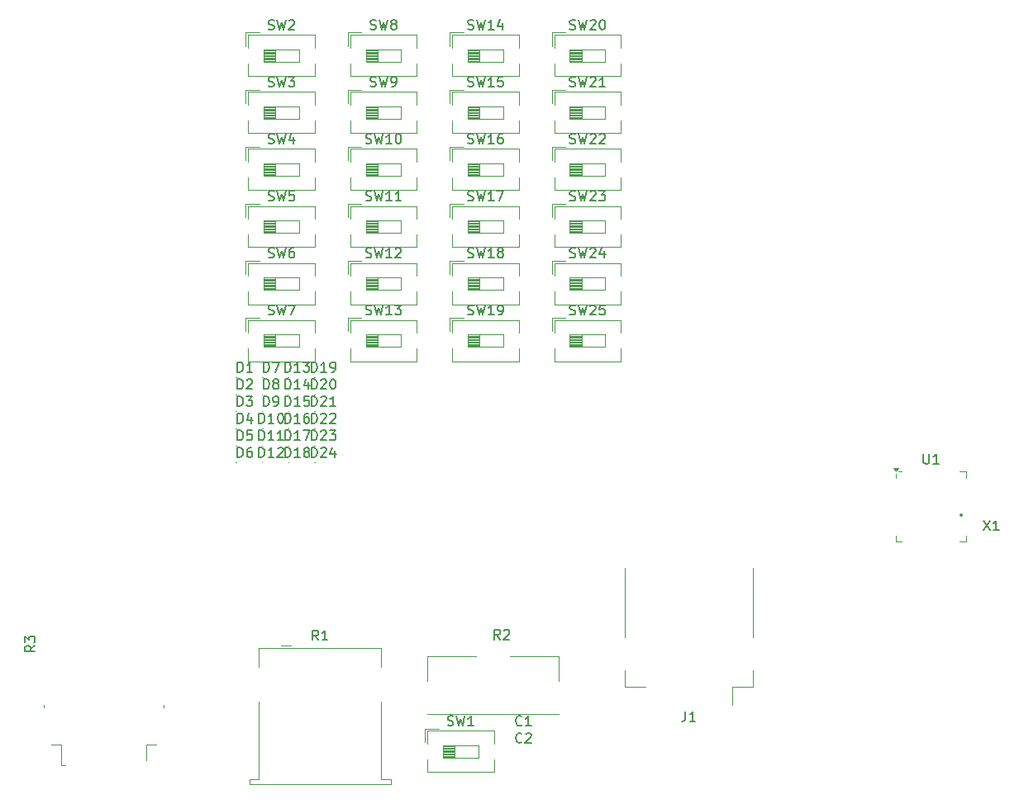
<source format=gbr>
%TF.GenerationSoftware,KiCad,Pcbnew,8.0.3*%
%TF.CreationDate,2024-09-04T14:48:35-07:00*%
%TF.ProjectId,Calculator,43616c63-756c-4617-946f-722e6b696361,rev?*%
%TF.SameCoordinates,Original*%
%TF.FileFunction,Legend,Top*%
%TF.FilePolarity,Positive*%
%FSLAX46Y46*%
G04 Gerber Fmt 4.6, Leading zero omitted, Abs format (unit mm)*
G04 Created by KiCad (PCBNEW 8.0.3) date 2024-09-04 14:48:35*
%MOMM*%
%LPD*%
G01*
G04 APERTURE LIST*
%ADD10C,0.150000*%
%ADD11C,0.100000*%
%ADD12C,0.120000*%
%ADD13C,0.152400*%
G04 APERTURE END LIST*
D10*
X67183714Y-72478819D02*
X67183714Y-71478819D01*
X67183714Y-71478819D02*
X67421809Y-71478819D01*
X67421809Y-71478819D02*
X67564666Y-71526438D01*
X67564666Y-71526438D02*
X67659904Y-71621676D01*
X67659904Y-71621676D02*
X67707523Y-71716914D01*
X67707523Y-71716914D02*
X67755142Y-71907390D01*
X67755142Y-71907390D02*
X67755142Y-72050247D01*
X67755142Y-72050247D02*
X67707523Y-72240723D01*
X67707523Y-72240723D02*
X67659904Y-72335961D01*
X67659904Y-72335961D02*
X67564666Y-72431200D01*
X67564666Y-72431200D02*
X67421809Y-72478819D01*
X67421809Y-72478819D02*
X67183714Y-72478819D01*
X68707523Y-72478819D02*
X68136095Y-72478819D01*
X68421809Y-72478819D02*
X68421809Y-71478819D01*
X68421809Y-71478819D02*
X68326571Y-71621676D01*
X68326571Y-71621676D02*
X68231333Y-71716914D01*
X68231333Y-71716914D02*
X68136095Y-71764533D01*
X69564666Y-71478819D02*
X69374190Y-71478819D01*
X69374190Y-71478819D02*
X69278952Y-71526438D01*
X69278952Y-71526438D02*
X69231333Y-71574057D01*
X69231333Y-71574057D02*
X69136095Y-71716914D01*
X69136095Y-71716914D02*
X69088476Y-71907390D01*
X69088476Y-71907390D02*
X69088476Y-72288342D01*
X69088476Y-72288342D02*
X69136095Y-72383580D01*
X69136095Y-72383580D02*
X69183714Y-72431200D01*
X69183714Y-72431200D02*
X69278952Y-72478819D01*
X69278952Y-72478819D02*
X69469428Y-72478819D01*
X69469428Y-72478819D02*
X69564666Y-72431200D01*
X69564666Y-72431200D02*
X69612285Y-72383580D01*
X69612285Y-72383580D02*
X69659904Y-72288342D01*
X69659904Y-72288342D02*
X69659904Y-72050247D01*
X69659904Y-72050247D02*
X69612285Y-71955009D01*
X69612285Y-71955009D02*
X69564666Y-71907390D01*
X69564666Y-71907390D02*
X69469428Y-71859771D01*
X69469428Y-71859771D02*
X69278952Y-71859771D01*
X69278952Y-71859771D02*
X69183714Y-71907390D01*
X69183714Y-71907390D02*
X69136095Y-71955009D01*
X69136095Y-71955009D02*
X69088476Y-72050247D01*
X85883476Y-55471200D02*
X86026333Y-55518819D01*
X86026333Y-55518819D02*
X86264428Y-55518819D01*
X86264428Y-55518819D02*
X86359666Y-55471200D01*
X86359666Y-55471200D02*
X86407285Y-55423580D01*
X86407285Y-55423580D02*
X86454904Y-55328342D01*
X86454904Y-55328342D02*
X86454904Y-55233104D01*
X86454904Y-55233104D02*
X86407285Y-55137866D01*
X86407285Y-55137866D02*
X86359666Y-55090247D01*
X86359666Y-55090247D02*
X86264428Y-55042628D01*
X86264428Y-55042628D02*
X86073952Y-54995009D01*
X86073952Y-54995009D02*
X85978714Y-54947390D01*
X85978714Y-54947390D02*
X85931095Y-54899771D01*
X85931095Y-54899771D02*
X85883476Y-54804533D01*
X85883476Y-54804533D02*
X85883476Y-54709295D01*
X85883476Y-54709295D02*
X85931095Y-54614057D01*
X85931095Y-54614057D02*
X85978714Y-54566438D01*
X85978714Y-54566438D02*
X86073952Y-54518819D01*
X86073952Y-54518819D02*
X86312047Y-54518819D01*
X86312047Y-54518819D02*
X86454904Y-54566438D01*
X86788238Y-54518819D02*
X87026333Y-55518819D01*
X87026333Y-55518819D02*
X87216809Y-54804533D01*
X87216809Y-54804533D02*
X87407285Y-55518819D01*
X87407285Y-55518819D02*
X87645381Y-54518819D01*
X88550142Y-55518819D02*
X87978714Y-55518819D01*
X88264428Y-55518819D02*
X88264428Y-54518819D01*
X88264428Y-54518819D02*
X88169190Y-54661676D01*
X88169190Y-54661676D02*
X88073952Y-54756914D01*
X88073952Y-54756914D02*
X87978714Y-54804533D01*
X89121571Y-54947390D02*
X89026333Y-54899771D01*
X89026333Y-54899771D02*
X88978714Y-54852152D01*
X88978714Y-54852152D02*
X88931095Y-54756914D01*
X88931095Y-54756914D02*
X88931095Y-54709295D01*
X88931095Y-54709295D02*
X88978714Y-54614057D01*
X88978714Y-54614057D02*
X89026333Y-54566438D01*
X89026333Y-54566438D02*
X89121571Y-54518819D01*
X89121571Y-54518819D02*
X89312047Y-54518819D01*
X89312047Y-54518819D02*
X89407285Y-54566438D01*
X89407285Y-54566438D02*
X89454904Y-54614057D01*
X89454904Y-54614057D02*
X89502523Y-54709295D01*
X89502523Y-54709295D02*
X89502523Y-54756914D01*
X89502523Y-54756914D02*
X89454904Y-54852152D01*
X89454904Y-54852152D02*
X89407285Y-54899771D01*
X89407285Y-54899771D02*
X89312047Y-54947390D01*
X89312047Y-54947390D02*
X89121571Y-54947390D01*
X89121571Y-54947390D02*
X89026333Y-54995009D01*
X89026333Y-54995009D02*
X88978714Y-55042628D01*
X88978714Y-55042628D02*
X88931095Y-55137866D01*
X88931095Y-55137866D02*
X88931095Y-55328342D01*
X88931095Y-55328342D02*
X88978714Y-55423580D01*
X88978714Y-55423580D02*
X89026333Y-55471200D01*
X89026333Y-55471200D02*
X89121571Y-55518819D01*
X89121571Y-55518819D02*
X89312047Y-55518819D01*
X89312047Y-55518819D02*
X89407285Y-55471200D01*
X89407285Y-55471200D02*
X89454904Y-55423580D01*
X89454904Y-55423580D02*
X89502523Y-55328342D01*
X89502523Y-55328342D02*
X89502523Y-55137866D01*
X89502523Y-55137866D02*
X89454904Y-55042628D01*
X89454904Y-55042628D02*
X89407285Y-54995009D01*
X89407285Y-54995009D02*
X89312047Y-54947390D01*
X85883476Y-49621200D02*
X86026333Y-49668819D01*
X86026333Y-49668819D02*
X86264428Y-49668819D01*
X86264428Y-49668819D02*
X86359666Y-49621200D01*
X86359666Y-49621200D02*
X86407285Y-49573580D01*
X86407285Y-49573580D02*
X86454904Y-49478342D01*
X86454904Y-49478342D02*
X86454904Y-49383104D01*
X86454904Y-49383104D02*
X86407285Y-49287866D01*
X86407285Y-49287866D02*
X86359666Y-49240247D01*
X86359666Y-49240247D02*
X86264428Y-49192628D01*
X86264428Y-49192628D02*
X86073952Y-49145009D01*
X86073952Y-49145009D02*
X85978714Y-49097390D01*
X85978714Y-49097390D02*
X85931095Y-49049771D01*
X85931095Y-49049771D02*
X85883476Y-48954533D01*
X85883476Y-48954533D02*
X85883476Y-48859295D01*
X85883476Y-48859295D02*
X85931095Y-48764057D01*
X85931095Y-48764057D02*
X85978714Y-48716438D01*
X85978714Y-48716438D02*
X86073952Y-48668819D01*
X86073952Y-48668819D02*
X86312047Y-48668819D01*
X86312047Y-48668819D02*
X86454904Y-48716438D01*
X86788238Y-48668819D02*
X87026333Y-49668819D01*
X87026333Y-49668819D02*
X87216809Y-48954533D01*
X87216809Y-48954533D02*
X87407285Y-49668819D01*
X87407285Y-49668819D02*
X87645381Y-48668819D01*
X88550142Y-49668819D02*
X87978714Y-49668819D01*
X88264428Y-49668819D02*
X88264428Y-48668819D01*
X88264428Y-48668819D02*
X88169190Y-48811676D01*
X88169190Y-48811676D02*
X88073952Y-48906914D01*
X88073952Y-48906914D02*
X87978714Y-48954533D01*
X88883476Y-48668819D02*
X89550142Y-48668819D01*
X89550142Y-48668819D02*
X89121571Y-49668819D01*
X64498714Y-75978819D02*
X64498714Y-74978819D01*
X64498714Y-74978819D02*
X64736809Y-74978819D01*
X64736809Y-74978819D02*
X64879666Y-75026438D01*
X64879666Y-75026438D02*
X64974904Y-75121676D01*
X64974904Y-75121676D02*
X65022523Y-75216914D01*
X65022523Y-75216914D02*
X65070142Y-75407390D01*
X65070142Y-75407390D02*
X65070142Y-75550247D01*
X65070142Y-75550247D02*
X65022523Y-75740723D01*
X65022523Y-75740723D02*
X64974904Y-75835961D01*
X64974904Y-75835961D02*
X64879666Y-75931200D01*
X64879666Y-75931200D02*
X64736809Y-75978819D01*
X64736809Y-75978819D02*
X64498714Y-75978819D01*
X66022523Y-75978819D02*
X65451095Y-75978819D01*
X65736809Y-75978819D02*
X65736809Y-74978819D01*
X65736809Y-74978819D02*
X65641571Y-75121676D01*
X65641571Y-75121676D02*
X65546333Y-75216914D01*
X65546333Y-75216914D02*
X65451095Y-75264533D01*
X66403476Y-75074057D02*
X66451095Y-75026438D01*
X66451095Y-75026438D02*
X66546333Y-74978819D01*
X66546333Y-74978819D02*
X66784428Y-74978819D01*
X66784428Y-74978819D02*
X66879666Y-75026438D01*
X66879666Y-75026438D02*
X66927285Y-75074057D01*
X66927285Y-75074057D02*
X66974904Y-75169295D01*
X66974904Y-75169295D02*
X66974904Y-75264533D01*
X66974904Y-75264533D02*
X66927285Y-75407390D01*
X66927285Y-75407390D02*
X66355857Y-75978819D01*
X66355857Y-75978819D02*
X66974904Y-75978819D01*
X64974905Y-67228819D02*
X64974905Y-66228819D01*
X64974905Y-66228819D02*
X65213000Y-66228819D01*
X65213000Y-66228819D02*
X65355857Y-66276438D01*
X65355857Y-66276438D02*
X65451095Y-66371676D01*
X65451095Y-66371676D02*
X65498714Y-66466914D01*
X65498714Y-66466914D02*
X65546333Y-66657390D01*
X65546333Y-66657390D02*
X65546333Y-66800247D01*
X65546333Y-66800247D02*
X65498714Y-66990723D01*
X65498714Y-66990723D02*
X65451095Y-67085961D01*
X65451095Y-67085961D02*
X65355857Y-67181200D01*
X65355857Y-67181200D02*
X65213000Y-67228819D01*
X65213000Y-67228819D02*
X64974905Y-67228819D01*
X65879667Y-66228819D02*
X66546333Y-66228819D01*
X66546333Y-66228819D02*
X66117762Y-67228819D01*
X96333476Y-49621200D02*
X96476333Y-49668819D01*
X96476333Y-49668819D02*
X96714428Y-49668819D01*
X96714428Y-49668819D02*
X96809666Y-49621200D01*
X96809666Y-49621200D02*
X96857285Y-49573580D01*
X96857285Y-49573580D02*
X96904904Y-49478342D01*
X96904904Y-49478342D02*
X96904904Y-49383104D01*
X96904904Y-49383104D02*
X96857285Y-49287866D01*
X96857285Y-49287866D02*
X96809666Y-49240247D01*
X96809666Y-49240247D02*
X96714428Y-49192628D01*
X96714428Y-49192628D02*
X96523952Y-49145009D01*
X96523952Y-49145009D02*
X96428714Y-49097390D01*
X96428714Y-49097390D02*
X96381095Y-49049771D01*
X96381095Y-49049771D02*
X96333476Y-48954533D01*
X96333476Y-48954533D02*
X96333476Y-48859295D01*
X96333476Y-48859295D02*
X96381095Y-48764057D01*
X96381095Y-48764057D02*
X96428714Y-48716438D01*
X96428714Y-48716438D02*
X96523952Y-48668819D01*
X96523952Y-48668819D02*
X96762047Y-48668819D01*
X96762047Y-48668819D02*
X96904904Y-48716438D01*
X97238238Y-48668819D02*
X97476333Y-49668819D01*
X97476333Y-49668819D02*
X97666809Y-48954533D01*
X97666809Y-48954533D02*
X97857285Y-49668819D01*
X97857285Y-49668819D02*
X98095381Y-48668819D01*
X98428714Y-48764057D02*
X98476333Y-48716438D01*
X98476333Y-48716438D02*
X98571571Y-48668819D01*
X98571571Y-48668819D02*
X98809666Y-48668819D01*
X98809666Y-48668819D02*
X98904904Y-48716438D01*
X98904904Y-48716438D02*
X98952523Y-48764057D01*
X98952523Y-48764057D02*
X99000142Y-48859295D01*
X99000142Y-48859295D02*
X99000142Y-48954533D01*
X99000142Y-48954533D02*
X98952523Y-49097390D01*
X98952523Y-49097390D02*
X98381095Y-49668819D01*
X98381095Y-49668819D02*
X99000142Y-49668819D01*
X99333476Y-48668819D02*
X99952523Y-48668819D01*
X99952523Y-48668819D02*
X99619190Y-49049771D01*
X99619190Y-49049771D02*
X99762047Y-49049771D01*
X99762047Y-49049771D02*
X99857285Y-49097390D01*
X99857285Y-49097390D02*
X99904904Y-49145009D01*
X99904904Y-49145009D02*
X99952523Y-49240247D01*
X99952523Y-49240247D02*
X99952523Y-49478342D01*
X99952523Y-49478342D02*
X99904904Y-49573580D01*
X99904904Y-49573580D02*
X99857285Y-49621200D01*
X99857285Y-49621200D02*
X99762047Y-49668819D01*
X99762047Y-49668819D02*
X99476333Y-49668819D01*
X99476333Y-49668819D02*
X99381095Y-49621200D01*
X99381095Y-49621200D02*
X99333476Y-49573580D01*
X70576333Y-94728819D02*
X70243000Y-94252628D01*
X70004905Y-94728819D02*
X70004905Y-93728819D01*
X70004905Y-93728819D02*
X70385857Y-93728819D01*
X70385857Y-93728819D02*
X70481095Y-93776438D01*
X70481095Y-93776438D02*
X70528714Y-93824057D01*
X70528714Y-93824057D02*
X70576333Y-93919295D01*
X70576333Y-93919295D02*
X70576333Y-94062152D01*
X70576333Y-94062152D02*
X70528714Y-94157390D01*
X70528714Y-94157390D02*
X70481095Y-94205009D01*
X70481095Y-94205009D02*
X70385857Y-94252628D01*
X70385857Y-94252628D02*
X70004905Y-94252628D01*
X71528714Y-94728819D02*
X70957286Y-94728819D01*
X71243000Y-94728819D02*
X71243000Y-93728819D01*
X71243000Y-93728819D02*
X71147762Y-93871676D01*
X71147762Y-93871676D02*
X71052524Y-93966914D01*
X71052524Y-93966914D02*
X70957286Y-94014533D01*
X85883476Y-43771200D02*
X86026333Y-43818819D01*
X86026333Y-43818819D02*
X86264428Y-43818819D01*
X86264428Y-43818819D02*
X86359666Y-43771200D01*
X86359666Y-43771200D02*
X86407285Y-43723580D01*
X86407285Y-43723580D02*
X86454904Y-43628342D01*
X86454904Y-43628342D02*
X86454904Y-43533104D01*
X86454904Y-43533104D02*
X86407285Y-43437866D01*
X86407285Y-43437866D02*
X86359666Y-43390247D01*
X86359666Y-43390247D02*
X86264428Y-43342628D01*
X86264428Y-43342628D02*
X86073952Y-43295009D01*
X86073952Y-43295009D02*
X85978714Y-43247390D01*
X85978714Y-43247390D02*
X85931095Y-43199771D01*
X85931095Y-43199771D02*
X85883476Y-43104533D01*
X85883476Y-43104533D02*
X85883476Y-43009295D01*
X85883476Y-43009295D02*
X85931095Y-42914057D01*
X85931095Y-42914057D02*
X85978714Y-42866438D01*
X85978714Y-42866438D02*
X86073952Y-42818819D01*
X86073952Y-42818819D02*
X86312047Y-42818819D01*
X86312047Y-42818819D02*
X86454904Y-42866438D01*
X86788238Y-42818819D02*
X87026333Y-43818819D01*
X87026333Y-43818819D02*
X87216809Y-43104533D01*
X87216809Y-43104533D02*
X87407285Y-43818819D01*
X87407285Y-43818819D02*
X87645381Y-42818819D01*
X88550142Y-43818819D02*
X87978714Y-43818819D01*
X88264428Y-43818819D02*
X88264428Y-42818819D01*
X88264428Y-42818819D02*
X88169190Y-42961676D01*
X88169190Y-42961676D02*
X88073952Y-43056914D01*
X88073952Y-43056914D02*
X87978714Y-43104533D01*
X89407285Y-42818819D02*
X89216809Y-42818819D01*
X89216809Y-42818819D02*
X89121571Y-42866438D01*
X89121571Y-42866438D02*
X89073952Y-42914057D01*
X89073952Y-42914057D02*
X88978714Y-43056914D01*
X88978714Y-43056914D02*
X88931095Y-43247390D01*
X88931095Y-43247390D02*
X88931095Y-43628342D01*
X88931095Y-43628342D02*
X88978714Y-43723580D01*
X88978714Y-43723580D02*
X89026333Y-43771200D01*
X89026333Y-43771200D02*
X89121571Y-43818819D01*
X89121571Y-43818819D02*
X89312047Y-43818819D01*
X89312047Y-43818819D02*
X89407285Y-43771200D01*
X89407285Y-43771200D02*
X89454904Y-43723580D01*
X89454904Y-43723580D02*
X89502523Y-43628342D01*
X89502523Y-43628342D02*
X89502523Y-43390247D01*
X89502523Y-43390247D02*
X89454904Y-43295009D01*
X89454904Y-43295009D02*
X89407285Y-43247390D01*
X89407285Y-43247390D02*
X89312047Y-43199771D01*
X89312047Y-43199771D02*
X89121571Y-43199771D01*
X89121571Y-43199771D02*
X89026333Y-43247390D01*
X89026333Y-43247390D02*
X88978714Y-43295009D01*
X88978714Y-43295009D02*
X88931095Y-43390247D01*
X96333476Y-32071200D02*
X96476333Y-32118819D01*
X96476333Y-32118819D02*
X96714428Y-32118819D01*
X96714428Y-32118819D02*
X96809666Y-32071200D01*
X96809666Y-32071200D02*
X96857285Y-32023580D01*
X96857285Y-32023580D02*
X96904904Y-31928342D01*
X96904904Y-31928342D02*
X96904904Y-31833104D01*
X96904904Y-31833104D02*
X96857285Y-31737866D01*
X96857285Y-31737866D02*
X96809666Y-31690247D01*
X96809666Y-31690247D02*
X96714428Y-31642628D01*
X96714428Y-31642628D02*
X96523952Y-31595009D01*
X96523952Y-31595009D02*
X96428714Y-31547390D01*
X96428714Y-31547390D02*
X96381095Y-31499771D01*
X96381095Y-31499771D02*
X96333476Y-31404533D01*
X96333476Y-31404533D02*
X96333476Y-31309295D01*
X96333476Y-31309295D02*
X96381095Y-31214057D01*
X96381095Y-31214057D02*
X96428714Y-31166438D01*
X96428714Y-31166438D02*
X96523952Y-31118819D01*
X96523952Y-31118819D02*
X96762047Y-31118819D01*
X96762047Y-31118819D02*
X96904904Y-31166438D01*
X97238238Y-31118819D02*
X97476333Y-32118819D01*
X97476333Y-32118819D02*
X97666809Y-31404533D01*
X97666809Y-31404533D02*
X97857285Y-32118819D01*
X97857285Y-32118819D02*
X98095381Y-31118819D01*
X98428714Y-31214057D02*
X98476333Y-31166438D01*
X98476333Y-31166438D02*
X98571571Y-31118819D01*
X98571571Y-31118819D02*
X98809666Y-31118819D01*
X98809666Y-31118819D02*
X98904904Y-31166438D01*
X98904904Y-31166438D02*
X98952523Y-31214057D01*
X98952523Y-31214057D02*
X99000142Y-31309295D01*
X99000142Y-31309295D02*
X99000142Y-31404533D01*
X99000142Y-31404533D02*
X98952523Y-31547390D01*
X98952523Y-31547390D02*
X98381095Y-32118819D01*
X98381095Y-32118819D02*
X99000142Y-32118819D01*
X99619190Y-31118819D02*
X99714428Y-31118819D01*
X99714428Y-31118819D02*
X99809666Y-31166438D01*
X99809666Y-31166438D02*
X99857285Y-31214057D01*
X99857285Y-31214057D02*
X99904904Y-31309295D01*
X99904904Y-31309295D02*
X99952523Y-31499771D01*
X99952523Y-31499771D02*
X99952523Y-31737866D01*
X99952523Y-31737866D02*
X99904904Y-31928342D01*
X99904904Y-31928342D02*
X99857285Y-32023580D01*
X99857285Y-32023580D02*
X99809666Y-32071200D01*
X99809666Y-32071200D02*
X99714428Y-32118819D01*
X99714428Y-32118819D02*
X99619190Y-32118819D01*
X99619190Y-32118819D02*
X99523952Y-32071200D01*
X99523952Y-32071200D02*
X99476333Y-32023580D01*
X99476333Y-32023580D02*
X99428714Y-31928342D01*
X99428714Y-31928342D02*
X99381095Y-31737866D01*
X99381095Y-31737866D02*
X99381095Y-31499771D01*
X99381095Y-31499771D02*
X99428714Y-31309295D01*
X99428714Y-31309295D02*
X99476333Y-31214057D01*
X99476333Y-31214057D02*
X99523952Y-31166438D01*
X99523952Y-31166438D02*
X99619190Y-31118819D01*
X62289905Y-70728819D02*
X62289905Y-69728819D01*
X62289905Y-69728819D02*
X62528000Y-69728819D01*
X62528000Y-69728819D02*
X62670857Y-69776438D01*
X62670857Y-69776438D02*
X62766095Y-69871676D01*
X62766095Y-69871676D02*
X62813714Y-69966914D01*
X62813714Y-69966914D02*
X62861333Y-70157390D01*
X62861333Y-70157390D02*
X62861333Y-70300247D01*
X62861333Y-70300247D02*
X62813714Y-70490723D01*
X62813714Y-70490723D02*
X62766095Y-70585961D01*
X62766095Y-70585961D02*
X62670857Y-70681200D01*
X62670857Y-70681200D02*
X62528000Y-70728819D01*
X62528000Y-70728819D02*
X62289905Y-70728819D01*
X63194667Y-69728819D02*
X63813714Y-69728819D01*
X63813714Y-69728819D02*
X63480381Y-70109771D01*
X63480381Y-70109771D02*
X63623238Y-70109771D01*
X63623238Y-70109771D02*
X63718476Y-70157390D01*
X63718476Y-70157390D02*
X63766095Y-70205009D01*
X63766095Y-70205009D02*
X63813714Y-70300247D01*
X63813714Y-70300247D02*
X63813714Y-70538342D01*
X63813714Y-70538342D02*
X63766095Y-70633580D01*
X63766095Y-70633580D02*
X63718476Y-70681200D01*
X63718476Y-70681200D02*
X63623238Y-70728819D01*
X63623238Y-70728819D02*
X63337524Y-70728819D01*
X63337524Y-70728819D02*
X63242286Y-70681200D01*
X63242286Y-70681200D02*
X63194667Y-70633580D01*
X69868714Y-68978819D02*
X69868714Y-67978819D01*
X69868714Y-67978819D02*
X70106809Y-67978819D01*
X70106809Y-67978819D02*
X70249666Y-68026438D01*
X70249666Y-68026438D02*
X70344904Y-68121676D01*
X70344904Y-68121676D02*
X70392523Y-68216914D01*
X70392523Y-68216914D02*
X70440142Y-68407390D01*
X70440142Y-68407390D02*
X70440142Y-68550247D01*
X70440142Y-68550247D02*
X70392523Y-68740723D01*
X70392523Y-68740723D02*
X70344904Y-68835961D01*
X70344904Y-68835961D02*
X70249666Y-68931200D01*
X70249666Y-68931200D02*
X70106809Y-68978819D01*
X70106809Y-68978819D02*
X69868714Y-68978819D01*
X70821095Y-68074057D02*
X70868714Y-68026438D01*
X70868714Y-68026438D02*
X70963952Y-67978819D01*
X70963952Y-67978819D02*
X71202047Y-67978819D01*
X71202047Y-67978819D02*
X71297285Y-68026438D01*
X71297285Y-68026438D02*
X71344904Y-68074057D01*
X71344904Y-68074057D02*
X71392523Y-68169295D01*
X71392523Y-68169295D02*
X71392523Y-68264533D01*
X71392523Y-68264533D02*
X71344904Y-68407390D01*
X71344904Y-68407390D02*
X70773476Y-68978819D01*
X70773476Y-68978819D02*
X71392523Y-68978819D01*
X72011571Y-67978819D02*
X72106809Y-67978819D01*
X72106809Y-67978819D02*
X72202047Y-68026438D01*
X72202047Y-68026438D02*
X72249666Y-68074057D01*
X72249666Y-68074057D02*
X72297285Y-68169295D01*
X72297285Y-68169295D02*
X72344904Y-68359771D01*
X72344904Y-68359771D02*
X72344904Y-68597866D01*
X72344904Y-68597866D02*
X72297285Y-68788342D01*
X72297285Y-68788342D02*
X72249666Y-68883580D01*
X72249666Y-68883580D02*
X72202047Y-68931200D01*
X72202047Y-68931200D02*
X72106809Y-68978819D01*
X72106809Y-68978819D02*
X72011571Y-68978819D01*
X72011571Y-68978819D02*
X71916333Y-68931200D01*
X71916333Y-68931200D02*
X71868714Y-68883580D01*
X71868714Y-68883580D02*
X71821095Y-68788342D01*
X71821095Y-68788342D02*
X71773476Y-68597866D01*
X71773476Y-68597866D02*
X71773476Y-68359771D01*
X71773476Y-68359771D02*
X71821095Y-68169295D01*
X71821095Y-68169295D02*
X71868714Y-68074057D01*
X71868714Y-68074057D02*
X71916333Y-68026438D01*
X71916333Y-68026438D02*
X72011571Y-67978819D01*
X62289905Y-74228819D02*
X62289905Y-73228819D01*
X62289905Y-73228819D02*
X62528000Y-73228819D01*
X62528000Y-73228819D02*
X62670857Y-73276438D01*
X62670857Y-73276438D02*
X62766095Y-73371676D01*
X62766095Y-73371676D02*
X62813714Y-73466914D01*
X62813714Y-73466914D02*
X62861333Y-73657390D01*
X62861333Y-73657390D02*
X62861333Y-73800247D01*
X62861333Y-73800247D02*
X62813714Y-73990723D01*
X62813714Y-73990723D02*
X62766095Y-74085961D01*
X62766095Y-74085961D02*
X62670857Y-74181200D01*
X62670857Y-74181200D02*
X62528000Y-74228819D01*
X62528000Y-74228819D02*
X62289905Y-74228819D01*
X63766095Y-73228819D02*
X63289905Y-73228819D01*
X63289905Y-73228819D02*
X63242286Y-73705009D01*
X63242286Y-73705009D02*
X63289905Y-73657390D01*
X63289905Y-73657390D02*
X63385143Y-73609771D01*
X63385143Y-73609771D02*
X63623238Y-73609771D01*
X63623238Y-73609771D02*
X63718476Y-73657390D01*
X63718476Y-73657390D02*
X63766095Y-73705009D01*
X63766095Y-73705009D02*
X63813714Y-73800247D01*
X63813714Y-73800247D02*
X63813714Y-74038342D01*
X63813714Y-74038342D02*
X63766095Y-74133580D01*
X63766095Y-74133580D02*
X63718476Y-74181200D01*
X63718476Y-74181200D02*
X63623238Y-74228819D01*
X63623238Y-74228819D02*
X63385143Y-74228819D01*
X63385143Y-74228819D02*
X63289905Y-74181200D01*
X63289905Y-74181200D02*
X63242286Y-74133580D01*
X96333476Y-37921200D02*
X96476333Y-37968819D01*
X96476333Y-37968819D02*
X96714428Y-37968819D01*
X96714428Y-37968819D02*
X96809666Y-37921200D01*
X96809666Y-37921200D02*
X96857285Y-37873580D01*
X96857285Y-37873580D02*
X96904904Y-37778342D01*
X96904904Y-37778342D02*
X96904904Y-37683104D01*
X96904904Y-37683104D02*
X96857285Y-37587866D01*
X96857285Y-37587866D02*
X96809666Y-37540247D01*
X96809666Y-37540247D02*
X96714428Y-37492628D01*
X96714428Y-37492628D02*
X96523952Y-37445009D01*
X96523952Y-37445009D02*
X96428714Y-37397390D01*
X96428714Y-37397390D02*
X96381095Y-37349771D01*
X96381095Y-37349771D02*
X96333476Y-37254533D01*
X96333476Y-37254533D02*
X96333476Y-37159295D01*
X96333476Y-37159295D02*
X96381095Y-37064057D01*
X96381095Y-37064057D02*
X96428714Y-37016438D01*
X96428714Y-37016438D02*
X96523952Y-36968819D01*
X96523952Y-36968819D02*
X96762047Y-36968819D01*
X96762047Y-36968819D02*
X96904904Y-37016438D01*
X97238238Y-36968819D02*
X97476333Y-37968819D01*
X97476333Y-37968819D02*
X97666809Y-37254533D01*
X97666809Y-37254533D02*
X97857285Y-37968819D01*
X97857285Y-37968819D02*
X98095381Y-36968819D01*
X98428714Y-37064057D02*
X98476333Y-37016438D01*
X98476333Y-37016438D02*
X98571571Y-36968819D01*
X98571571Y-36968819D02*
X98809666Y-36968819D01*
X98809666Y-36968819D02*
X98904904Y-37016438D01*
X98904904Y-37016438D02*
X98952523Y-37064057D01*
X98952523Y-37064057D02*
X99000142Y-37159295D01*
X99000142Y-37159295D02*
X99000142Y-37254533D01*
X99000142Y-37254533D02*
X98952523Y-37397390D01*
X98952523Y-37397390D02*
X98381095Y-37968819D01*
X98381095Y-37968819D02*
X99000142Y-37968819D01*
X99952523Y-37968819D02*
X99381095Y-37968819D01*
X99666809Y-37968819D02*
X99666809Y-36968819D01*
X99666809Y-36968819D02*
X99571571Y-37111676D01*
X99571571Y-37111676D02*
X99476333Y-37206914D01*
X99476333Y-37206914D02*
X99381095Y-37254533D01*
X67183714Y-70728819D02*
X67183714Y-69728819D01*
X67183714Y-69728819D02*
X67421809Y-69728819D01*
X67421809Y-69728819D02*
X67564666Y-69776438D01*
X67564666Y-69776438D02*
X67659904Y-69871676D01*
X67659904Y-69871676D02*
X67707523Y-69966914D01*
X67707523Y-69966914D02*
X67755142Y-70157390D01*
X67755142Y-70157390D02*
X67755142Y-70300247D01*
X67755142Y-70300247D02*
X67707523Y-70490723D01*
X67707523Y-70490723D02*
X67659904Y-70585961D01*
X67659904Y-70585961D02*
X67564666Y-70681200D01*
X67564666Y-70681200D02*
X67421809Y-70728819D01*
X67421809Y-70728819D02*
X67183714Y-70728819D01*
X68707523Y-70728819D02*
X68136095Y-70728819D01*
X68421809Y-70728819D02*
X68421809Y-69728819D01*
X68421809Y-69728819D02*
X68326571Y-69871676D01*
X68326571Y-69871676D02*
X68231333Y-69966914D01*
X68231333Y-69966914D02*
X68136095Y-70014533D01*
X69612285Y-69728819D02*
X69136095Y-69728819D01*
X69136095Y-69728819D02*
X69088476Y-70205009D01*
X69088476Y-70205009D02*
X69136095Y-70157390D01*
X69136095Y-70157390D02*
X69231333Y-70109771D01*
X69231333Y-70109771D02*
X69469428Y-70109771D01*
X69469428Y-70109771D02*
X69564666Y-70157390D01*
X69564666Y-70157390D02*
X69612285Y-70205009D01*
X69612285Y-70205009D02*
X69659904Y-70300247D01*
X69659904Y-70300247D02*
X69659904Y-70538342D01*
X69659904Y-70538342D02*
X69612285Y-70633580D01*
X69612285Y-70633580D02*
X69564666Y-70681200D01*
X69564666Y-70681200D02*
X69469428Y-70728819D01*
X69469428Y-70728819D02*
X69231333Y-70728819D01*
X69231333Y-70728819D02*
X69136095Y-70681200D01*
X69136095Y-70681200D02*
X69088476Y-70633580D01*
X69868714Y-67228819D02*
X69868714Y-66228819D01*
X69868714Y-66228819D02*
X70106809Y-66228819D01*
X70106809Y-66228819D02*
X70249666Y-66276438D01*
X70249666Y-66276438D02*
X70344904Y-66371676D01*
X70344904Y-66371676D02*
X70392523Y-66466914D01*
X70392523Y-66466914D02*
X70440142Y-66657390D01*
X70440142Y-66657390D02*
X70440142Y-66800247D01*
X70440142Y-66800247D02*
X70392523Y-66990723D01*
X70392523Y-66990723D02*
X70344904Y-67085961D01*
X70344904Y-67085961D02*
X70249666Y-67181200D01*
X70249666Y-67181200D02*
X70106809Y-67228819D01*
X70106809Y-67228819D02*
X69868714Y-67228819D01*
X71392523Y-67228819D02*
X70821095Y-67228819D01*
X71106809Y-67228819D02*
X71106809Y-66228819D01*
X71106809Y-66228819D02*
X71011571Y-66371676D01*
X71011571Y-66371676D02*
X70916333Y-66466914D01*
X70916333Y-66466914D02*
X70821095Y-66514533D01*
X71868714Y-67228819D02*
X72059190Y-67228819D01*
X72059190Y-67228819D02*
X72154428Y-67181200D01*
X72154428Y-67181200D02*
X72202047Y-67133580D01*
X72202047Y-67133580D02*
X72297285Y-66990723D01*
X72297285Y-66990723D02*
X72344904Y-66800247D01*
X72344904Y-66800247D02*
X72344904Y-66419295D01*
X72344904Y-66419295D02*
X72297285Y-66324057D01*
X72297285Y-66324057D02*
X72249666Y-66276438D01*
X72249666Y-66276438D02*
X72154428Y-66228819D01*
X72154428Y-66228819D02*
X71963952Y-66228819D01*
X71963952Y-66228819D02*
X71868714Y-66276438D01*
X71868714Y-66276438D02*
X71821095Y-66324057D01*
X71821095Y-66324057D02*
X71773476Y-66419295D01*
X71773476Y-66419295D02*
X71773476Y-66657390D01*
X71773476Y-66657390D02*
X71821095Y-66752628D01*
X71821095Y-66752628D02*
X71868714Y-66800247D01*
X71868714Y-66800247D02*
X71963952Y-66847866D01*
X71963952Y-66847866D02*
X72154428Y-66847866D01*
X72154428Y-66847866D02*
X72249666Y-66800247D01*
X72249666Y-66800247D02*
X72297285Y-66752628D01*
X72297285Y-66752628D02*
X72344904Y-66657390D01*
X64498714Y-72478819D02*
X64498714Y-71478819D01*
X64498714Y-71478819D02*
X64736809Y-71478819D01*
X64736809Y-71478819D02*
X64879666Y-71526438D01*
X64879666Y-71526438D02*
X64974904Y-71621676D01*
X64974904Y-71621676D02*
X65022523Y-71716914D01*
X65022523Y-71716914D02*
X65070142Y-71907390D01*
X65070142Y-71907390D02*
X65070142Y-72050247D01*
X65070142Y-72050247D02*
X65022523Y-72240723D01*
X65022523Y-72240723D02*
X64974904Y-72335961D01*
X64974904Y-72335961D02*
X64879666Y-72431200D01*
X64879666Y-72431200D02*
X64736809Y-72478819D01*
X64736809Y-72478819D02*
X64498714Y-72478819D01*
X66022523Y-72478819D02*
X65451095Y-72478819D01*
X65736809Y-72478819D02*
X65736809Y-71478819D01*
X65736809Y-71478819D02*
X65641571Y-71621676D01*
X65641571Y-71621676D02*
X65546333Y-71716914D01*
X65546333Y-71716914D02*
X65451095Y-71764533D01*
X66641571Y-71478819D02*
X66736809Y-71478819D01*
X66736809Y-71478819D02*
X66832047Y-71526438D01*
X66832047Y-71526438D02*
X66879666Y-71574057D01*
X66879666Y-71574057D02*
X66927285Y-71669295D01*
X66927285Y-71669295D02*
X66974904Y-71859771D01*
X66974904Y-71859771D02*
X66974904Y-72097866D01*
X66974904Y-72097866D02*
X66927285Y-72288342D01*
X66927285Y-72288342D02*
X66879666Y-72383580D01*
X66879666Y-72383580D02*
X66832047Y-72431200D01*
X66832047Y-72431200D02*
X66736809Y-72478819D01*
X66736809Y-72478819D02*
X66641571Y-72478819D01*
X66641571Y-72478819D02*
X66546333Y-72431200D01*
X66546333Y-72431200D02*
X66498714Y-72383580D01*
X66498714Y-72383580D02*
X66451095Y-72288342D01*
X66451095Y-72288342D02*
X66403476Y-72097866D01*
X66403476Y-72097866D02*
X66403476Y-71859771D01*
X66403476Y-71859771D02*
X66451095Y-71669295D01*
X66451095Y-71669295D02*
X66498714Y-71574057D01*
X66498714Y-71574057D02*
X66546333Y-71526438D01*
X66546333Y-71526438D02*
X66641571Y-71478819D01*
X64498714Y-74228819D02*
X64498714Y-73228819D01*
X64498714Y-73228819D02*
X64736809Y-73228819D01*
X64736809Y-73228819D02*
X64879666Y-73276438D01*
X64879666Y-73276438D02*
X64974904Y-73371676D01*
X64974904Y-73371676D02*
X65022523Y-73466914D01*
X65022523Y-73466914D02*
X65070142Y-73657390D01*
X65070142Y-73657390D02*
X65070142Y-73800247D01*
X65070142Y-73800247D02*
X65022523Y-73990723D01*
X65022523Y-73990723D02*
X64974904Y-74085961D01*
X64974904Y-74085961D02*
X64879666Y-74181200D01*
X64879666Y-74181200D02*
X64736809Y-74228819D01*
X64736809Y-74228819D02*
X64498714Y-74228819D01*
X66022523Y-74228819D02*
X65451095Y-74228819D01*
X65736809Y-74228819D02*
X65736809Y-73228819D01*
X65736809Y-73228819D02*
X65641571Y-73371676D01*
X65641571Y-73371676D02*
X65546333Y-73466914D01*
X65546333Y-73466914D02*
X65451095Y-73514533D01*
X66974904Y-74228819D02*
X66403476Y-74228819D01*
X66689190Y-74228819D02*
X66689190Y-73228819D01*
X66689190Y-73228819D02*
X66593952Y-73371676D01*
X66593952Y-73371676D02*
X66498714Y-73466914D01*
X66498714Y-73466914D02*
X66403476Y-73514533D01*
X65459667Y-43771200D02*
X65602524Y-43818819D01*
X65602524Y-43818819D02*
X65840619Y-43818819D01*
X65840619Y-43818819D02*
X65935857Y-43771200D01*
X65935857Y-43771200D02*
X65983476Y-43723580D01*
X65983476Y-43723580D02*
X66031095Y-43628342D01*
X66031095Y-43628342D02*
X66031095Y-43533104D01*
X66031095Y-43533104D02*
X65983476Y-43437866D01*
X65983476Y-43437866D02*
X65935857Y-43390247D01*
X65935857Y-43390247D02*
X65840619Y-43342628D01*
X65840619Y-43342628D02*
X65650143Y-43295009D01*
X65650143Y-43295009D02*
X65554905Y-43247390D01*
X65554905Y-43247390D02*
X65507286Y-43199771D01*
X65507286Y-43199771D02*
X65459667Y-43104533D01*
X65459667Y-43104533D02*
X65459667Y-43009295D01*
X65459667Y-43009295D02*
X65507286Y-42914057D01*
X65507286Y-42914057D02*
X65554905Y-42866438D01*
X65554905Y-42866438D02*
X65650143Y-42818819D01*
X65650143Y-42818819D02*
X65888238Y-42818819D01*
X65888238Y-42818819D02*
X66031095Y-42866438D01*
X66364429Y-42818819D02*
X66602524Y-43818819D01*
X66602524Y-43818819D02*
X66793000Y-43104533D01*
X66793000Y-43104533D02*
X66983476Y-43818819D01*
X66983476Y-43818819D02*
X67221572Y-42818819D01*
X68031095Y-43152152D02*
X68031095Y-43818819D01*
X67793000Y-42771200D02*
X67554905Y-43485485D01*
X67554905Y-43485485D02*
X68173952Y-43485485D01*
X85883476Y-32071200D02*
X86026333Y-32118819D01*
X86026333Y-32118819D02*
X86264428Y-32118819D01*
X86264428Y-32118819D02*
X86359666Y-32071200D01*
X86359666Y-32071200D02*
X86407285Y-32023580D01*
X86407285Y-32023580D02*
X86454904Y-31928342D01*
X86454904Y-31928342D02*
X86454904Y-31833104D01*
X86454904Y-31833104D02*
X86407285Y-31737866D01*
X86407285Y-31737866D02*
X86359666Y-31690247D01*
X86359666Y-31690247D02*
X86264428Y-31642628D01*
X86264428Y-31642628D02*
X86073952Y-31595009D01*
X86073952Y-31595009D02*
X85978714Y-31547390D01*
X85978714Y-31547390D02*
X85931095Y-31499771D01*
X85931095Y-31499771D02*
X85883476Y-31404533D01*
X85883476Y-31404533D02*
X85883476Y-31309295D01*
X85883476Y-31309295D02*
X85931095Y-31214057D01*
X85931095Y-31214057D02*
X85978714Y-31166438D01*
X85978714Y-31166438D02*
X86073952Y-31118819D01*
X86073952Y-31118819D02*
X86312047Y-31118819D01*
X86312047Y-31118819D02*
X86454904Y-31166438D01*
X86788238Y-31118819D02*
X87026333Y-32118819D01*
X87026333Y-32118819D02*
X87216809Y-31404533D01*
X87216809Y-31404533D02*
X87407285Y-32118819D01*
X87407285Y-32118819D02*
X87645381Y-31118819D01*
X88550142Y-32118819D02*
X87978714Y-32118819D01*
X88264428Y-32118819D02*
X88264428Y-31118819D01*
X88264428Y-31118819D02*
X88169190Y-31261676D01*
X88169190Y-31261676D02*
X88073952Y-31356914D01*
X88073952Y-31356914D02*
X87978714Y-31404533D01*
X89407285Y-31452152D02*
X89407285Y-32118819D01*
X89169190Y-31071200D02*
X88931095Y-31785485D01*
X88931095Y-31785485D02*
X89550142Y-31785485D01*
X75433476Y-49621200D02*
X75576333Y-49668819D01*
X75576333Y-49668819D02*
X75814428Y-49668819D01*
X75814428Y-49668819D02*
X75909666Y-49621200D01*
X75909666Y-49621200D02*
X75957285Y-49573580D01*
X75957285Y-49573580D02*
X76004904Y-49478342D01*
X76004904Y-49478342D02*
X76004904Y-49383104D01*
X76004904Y-49383104D02*
X75957285Y-49287866D01*
X75957285Y-49287866D02*
X75909666Y-49240247D01*
X75909666Y-49240247D02*
X75814428Y-49192628D01*
X75814428Y-49192628D02*
X75623952Y-49145009D01*
X75623952Y-49145009D02*
X75528714Y-49097390D01*
X75528714Y-49097390D02*
X75481095Y-49049771D01*
X75481095Y-49049771D02*
X75433476Y-48954533D01*
X75433476Y-48954533D02*
X75433476Y-48859295D01*
X75433476Y-48859295D02*
X75481095Y-48764057D01*
X75481095Y-48764057D02*
X75528714Y-48716438D01*
X75528714Y-48716438D02*
X75623952Y-48668819D01*
X75623952Y-48668819D02*
X75862047Y-48668819D01*
X75862047Y-48668819D02*
X76004904Y-48716438D01*
X76338238Y-48668819D02*
X76576333Y-49668819D01*
X76576333Y-49668819D02*
X76766809Y-48954533D01*
X76766809Y-48954533D02*
X76957285Y-49668819D01*
X76957285Y-49668819D02*
X77195381Y-48668819D01*
X78100142Y-49668819D02*
X77528714Y-49668819D01*
X77814428Y-49668819D02*
X77814428Y-48668819D01*
X77814428Y-48668819D02*
X77719190Y-48811676D01*
X77719190Y-48811676D02*
X77623952Y-48906914D01*
X77623952Y-48906914D02*
X77528714Y-48954533D01*
X79052523Y-49668819D02*
X78481095Y-49668819D01*
X78766809Y-49668819D02*
X78766809Y-48668819D01*
X78766809Y-48668819D02*
X78671571Y-48811676D01*
X78671571Y-48811676D02*
X78576333Y-48906914D01*
X78576333Y-48906914D02*
X78481095Y-48954533D01*
X65459667Y-32071200D02*
X65602524Y-32118819D01*
X65602524Y-32118819D02*
X65840619Y-32118819D01*
X65840619Y-32118819D02*
X65935857Y-32071200D01*
X65935857Y-32071200D02*
X65983476Y-32023580D01*
X65983476Y-32023580D02*
X66031095Y-31928342D01*
X66031095Y-31928342D02*
X66031095Y-31833104D01*
X66031095Y-31833104D02*
X65983476Y-31737866D01*
X65983476Y-31737866D02*
X65935857Y-31690247D01*
X65935857Y-31690247D02*
X65840619Y-31642628D01*
X65840619Y-31642628D02*
X65650143Y-31595009D01*
X65650143Y-31595009D02*
X65554905Y-31547390D01*
X65554905Y-31547390D02*
X65507286Y-31499771D01*
X65507286Y-31499771D02*
X65459667Y-31404533D01*
X65459667Y-31404533D02*
X65459667Y-31309295D01*
X65459667Y-31309295D02*
X65507286Y-31214057D01*
X65507286Y-31214057D02*
X65554905Y-31166438D01*
X65554905Y-31166438D02*
X65650143Y-31118819D01*
X65650143Y-31118819D02*
X65888238Y-31118819D01*
X65888238Y-31118819D02*
X66031095Y-31166438D01*
X66364429Y-31118819D02*
X66602524Y-32118819D01*
X66602524Y-32118819D02*
X66793000Y-31404533D01*
X66793000Y-31404533D02*
X66983476Y-32118819D01*
X66983476Y-32118819D02*
X67221572Y-31118819D01*
X67554905Y-31214057D02*
X67602524Y-31166438D01*
X67602524Y-31166438D02*
X67697762Y-31118819D01*
X67697762Y-31118819D02*
X67935857Y-31118819D01*
X67935857Y-31118819D02*
X68031095Y-31166438D01*
X68031095Y-31166438D02*
X68078714Y-31214057D01*
X68078714Y-31214057D02*
X68126333Y-31309295D01*
X68126333Y-31309295D02*
X68126333Y-31404533D01*
X68126333Y-31404533D02*
X68078714Y-31547390D01*
X68078714Y-31547390D02*
X67507286Y-32118819D01*
X67507286Y-32118819D02*
X68126333Y-32118819D01*
X75909667Y-37921200D02*
X76052524Y-37968819D01*
X76052524Y-37968819D02*
X76290619Y-37968819D01*
X76290619Y-37968819D02*
X76385857Y-37921200D01*
X76385857Y-37921200D02*
X76433476Y-37873580D01*
X76433476Y-37873580D02*
X76481095Y-37778342D01*
X76481095Y-37778342D02*
X76481095Y-37683104D01*
X76481095Y-37683104D02*
X76433476Y-37587866D01*
X76433476Y-37587866D02*
X76385857Y-37540247D01*
X76385857Y-37540247D02*
X76290619Y-37492628D01*
X76290619Y-37492628D02*
X76100143Y-37445009D01*
X76100143Y-37445009D02*
X76004905Y-37397390D01*
X76004905Y-37397390D02*
X75957286Y-37349771D01*
X75957286Y-37349771D02*
X75909667Y-37254533D01*
X75909667Y-37254533D02*
X75909667Y-37159295D01*
X75909667Y-37159295D02*
X75957286Y-37064057D01*
X75957286Y-37064057D02*
X76004905Y-37016438D01*
X76004905Y-37016438D02*
X76100143Y-36968819D01*
X76100143Y-36968819D02*
X76338238Y-36968819D01*
X76338238Y-36968819D02*
X76481095Y-37016438D01*
X76814429Y-36968819D02*
X77052524Y-37968819D01*
X77052524Y-37968819D02*
X77243000Y-37254533D01*
X77243000Y-37254533D02*
X77433476Y-37968819D01*
X77433476Y-37968819D02*
X77671572Y-36968819D01*
X78100143Y-37968819D02*
X78290619Y-37968819D01*
X78290619Y-37968819D02*
X78385857Y-37921200D01*
X78385857Y-37921200D02*
X78433476Y-37873580D01*
X78433476Y-37873580D02*
X78528714Y-37730723D01*
X78528714Y-37730723D02*
X78576333Y-37540247D01*
X78576333Y-37540247D02*
X78576333Y-37159295D01*
X78576333Y-37159295D02*
X78528714Y-37064057D01*
X78528714Y-37064057D02*
X78481095Y-37016438D01*
X78481095Y-37016438D02*
X78385857Y-36968819D01*
X78385857Y-36968819D02*
X78195381Y-36968819D01*
X78195381Y-36968819D02*
X78100143Y-37016438D01*
X78100143Y-37016438D02*
X78052524Y-37064057D01*
X78052524Y-37064057D02*
X78004905Y-37159295D01*
X78004905Y-37159295D02*
X78004905Y-37397390D01*
X78004905Y-37397390D02*
X78052524Y-37492628D01*
X78052524Y-37492628D02*
X78100143Y-37540247D01*
X78100143Y-37540247D02*
X78195381Y-37587866D01*
X78195381Y-37587866D02*
X78385857Y-37587866D01*
X78385857Y-37587866D02*
X78481095Y-37540247D01*
X78481095Y-37540247D02*
X78528714Y-37492628D01*
X78528714Y-37492628D02*
X78576333Y-37397390D01*
X62289905Y-75978819D02*
X62289905Y-74978819D01*
X62289905Y-74978819D02*
X62528000Y-74978819D01*
X62528000Y-74978819D02*
X62670857Y-75026438D01*
X62670857Y-75026438D02*
X62766095Y-75121676D01*
X62766095Y-75121676D02*
X62813714Y-75216914D01*
X62813714Y-75216914D02*
X62861333Y-75407390D01*
X62861333Y-75407390D02*
X62861333Y-75550247D01*
X62861333Y-75550247D02*
X62813714Y-75740723D01*
X62813714Y-75740723D02*
X62766095Y-75835961D01*
X62766095Y-75835961D02*
X62670857Y-75931200D01*
X62670857Y-75931200D02*
X62528000Y-75978819D01*
X62528000Y-75978819D02*
X62289905Y-75978819D01*
X63718476Y-74978819D02*
X63528000Y-74978819D01*
X63528000Y-74978819D02*
X63432762Y-75026438D01*
X63432762Y-75026438D02*
X63385143Y-75074057D01*
X63385143Y-75074057D02*
X63289905Y-75216914D01*
X63289905Y-75216914D02*
X63242286Y-75407390D01*
X63242286Y-75407390D02*
X63242286Y-75788342D01*
X63242286Y-75788342D02*
X63289905Y-75883580D01*
X63289905Y-75883580D02*
X63337524Y-75931200D01*
X63337524Y-75931200D02*
X63432762Y-75978819D01*
X63432762Y-75978819D02*
X63623238Y-75978819D01*
X63623238Y-75978819D02*
X63718476Y-75931200D01*
X63718476Y-75931200D02*
X63766095Y-75883580D01*
X63766095Y-75883580D02*
X63813714Y-75788342D01*
X63813714Y-75788342D02*
X63813714Y-75550247D01*
X63813714Y-75550247D02*
X63766095Y-75455009D01*
X63766095Y-75455009D02*
X63718476Y-75407390D01*
X63718476Y-75407390D02*
X63623238Y-75359771D01*
X63623238Y-75359771D02*
X63432762Y-75359771D01*
X63432762Y-75359771D02*
X63337524Y-75407390D01*
X63337524Y-75407390D02*
X63289905Y-75455009D01*
X63289905Y-75455009D02*
X63242286Y-75550247D01*
X67183714Y-74228819D02*
X67183714Y-73228819D01*
X67183714Y-73228819D02*
X67421809Y-73228819D01*
X67421809Y-73228819D02*
X67564666Y-73276438D01*
X67564666Y-73276438D02*
X67659904Y-73371676D01*
X67659904Y-73371676D02*
X67707523Y-73466914D01*
X67707523Y-73466914D02*
X67755142Y-73657390D01*
X67755142Y-73657390D02*
X67755142Y-73800247D01*
X67755142Y-73800247D02*
X67707523Y-73990723D01*
X67707523Y-73990723D02*
X67659904Y-74085961D01*
X67659904Y-74085961D02*
X67564666Y-74181200D01*
X67564666Y-74181200D02*
X67421809Y-74228819D01*
X67421809Y-74228819D02*
X67183714Y-74228819D01*
X68707523Y-74228819D02*
X68136095Y-74228819D01*
X68421809Y-74228819D02*
X68421809Y-73228819D01*
X68421809Y-73228819D02*
X68326571Y-73371676D01*
X68326571Y-73371676D02*
X68231333Y-73466914D01*
X68231333Y-73466914D02*
X68136095Y-73514533D01*
X69040857Y-73228819D02*
X69707523Y-73228819D01*
X69707523Y-73228819D02*
X69278952Y-74228819D01*
X69868714Y-72478819D02*
X69868714Y-71478819D01*
X69868714Y-71478819D02*
X70106809Y-71478819D01*
X70106809Y-71478819D02*
X70249666Y-71526438D01*
X70249666Y-71526438D02*
X70344904Y-71621676D01*
X70344904Y-71621676D02*
X70392523Y-71716914D01*
X70392523Y-71716914D02*
X70440142Y-71907390D01*
X70440142Y-71907390D02*
X70440142Y-72050247D01*
X70440142Y-72050247D02*
X70392523Y-72240723D01*
X70392523Y-72240723D02*
X70344904Y-72335961D01*
X70344904Y-72335961D02*
X70249666Y-72431200D01*
X70249666Y-72431200D02*
X70106809Y-72478819D01*
X70106809Y-72478819D02*
X69868714Y-72478819D01*
X70821095Y-71574057D02*
X70868714Y-71526438D01*
X70868714Y-71526438D02*
X70963952Y-71478819D01*
X70963952Y-71478819D02*
X71202047Y-71478819D01*
X71202047Y-71478819D02*
X71297285Y-71526438D01*
X71297285Y-71526438D02*
X71344904Y-71574057D01*
X71344904Y-71574057D02*
X71392523Y-71669295D01*
X71392523Y-71669295D02*
X71392523Y-71764533D01*
X71392523Y-71764533D02*
X71344904Y-71907390D01*
X71344904Y-71907390D02*
X70773476Y-72478819D01*
X70773476Y-72478819D02*
X71392523Y-72478819D01*
X71773476Y-71574057D02*
X71821095Y-71526438D01*
X71821095Y-71526438D02*
X71916333Y-71478819D01*
X71916333Y-71478819D02*
X72154428Y-71478819D01*
X72154428Y-71478819D02*
X72249666Y-71526438D01*
X72249666Y-71526438D02*
X72297285Y-71574057D01*
X72297285Y-71574057D02*
X72344904Y-71669295D01*
X72344904Y-71669295D02*
X72344904Y-71764533D01*
X72344904Y-71764533D02*
X72297285Y-71907390D01*
X72297285Y-71907390D02*
X71725857Y-72478819D01*
X71725857Y-72478819D02*
X72344904Y-72478819D01*
X75433476Y-43771200D02*
X75576333Y-43818819D01*
X75576333Y-43818819D02*
X75814428Y-43818819D01*
X75814428Y-43818819D02*
X75909666Y-43771200D01*
X75909666Y-43771200D02*
X75957285Y-43723580D01*
X75957285Y-43723580D02*
X76004904Y-43628342D01*
X76004904Y-43628342D02*
X76004904Y-43533104D01*
X76004904Y-43533104D02*
X75957285Y-43437866D01*
X75957285Y-43437866D02*
X75909666Y-43390247D01*
X75909666Y-43390247D02*
X75814428Y-43342628D01*
X75814428Y-43342628D02*
X75623952Y-43295009D01*
X75623952Y-43295009D02*
X75528714Y-43247390D01*
X75528714Y-43247390D02*
X75481095Y-43199771D01*
X75481095Y-43199771D02*
X75433476Y-43104533D01*
X75433476Y-43104533D02*
X75433476Y-43009295D01*
X75433476Y-43009295D02*
X75481095Y-42914057D01*
X75481095Y-42914057D02*
X75528714Y-42866438D01*
X75528714Y-42866438D02*
X75623952Y-42818819D01*
X75623952Y-42818819D02*
X75862047Y-42818819D01*
X75862047Y-42818819D02*
X76004904Y-42866438D01*
X76338238Y-42818819D02*
X76576333Y-43818819D01*
X76576333Y-43818819D02*
X76766809Y-43104533D01*
X76766809Y-43104533D02*
X76957285Y-43818819D01*
X76957285Y-43818819D02*
X77195381Y-42818819D01*
X78100142Y-43818819D02*
X77528714Y-43818819D01*
X77814428Y-43818819D02*
X77814428Y-42818819D01*
X77814428Y-42818819D02*
X77719190Y-42961676D01*
X77719190Y-42961676D02*
X77623952Y-43056914D01*
X77623952Y-43056914D02*
X77528714Y-43104533D01*
X78719190Y-42818819D02*
X78814428Y-42818819D01*
X78814428Y-42818819D02*
X78909666Y-42866438D01*
X78909666Y-42866438D02*
X78957285Y-42914057D01*
X78957285Y-42914057D02*
X79004904Y-43009295D01*
X79004904Y-43009295D02*
X79052523Y-43199771D01*
X79052523Y-43199771D02*
X79052523Y-43437866D01*
X79052523Y-43437866D02*
X79004904Y-43628342D01*
X79004904Y-43628342D02*
X78957285Y-43723580D01*
X78957285Y-43723580D02*
X78909666Y-43771200D01*
X78909666Y-43771200D02*
X78814428Y-43818819D01*
X78814428Y-43818819D02*
X78719190Y-43818819D01*
X78719190Y-43818819D02*
X78623952Y-43771200D01*
X78623952Y-43771200D02*
X78576333Y-43723580D01*
X78576333Y-43723580D02*
X78528714Y-43628342D01*
X78528714Y-43628342D02*
X78481095Y-43437866D01*
X78481095Y-43437866D02*
X78481095Y-43199771D01*
X78481095Y-43199771D02*
X78528714Y-43009295D01*
X78528714Y-43009295D02*
X78576333Y-42914057D01*
X78576333Y-42914057D02*
X78623952Y-42866438D01*
X78623952Y-42866438D02*
X78719190Y-42818819D01*
X96333476Y-55471200D02*
X96476333Y-55518819D01*
X96476333Y-55518819D02*
X96714428Y-55518819D01*
X96714428Y-55518819D02*
X96809666Y-55471200D01*
X96809666Y-55471200D02*
X96857285Y-55423580D01*
X96857285Y-55423580D02*
X96904904Y-55328342D01*
X96904904Y-55328342D02*
X96904904Y-55233104D01*
X96904904Y-55233104D02*
X96857285Y-55137866D01*
X96857285Y-55137866D02*
X96809666Y-55090247D01*
X96809666Y-55090247D02*
X96714428Y-55042628D01*
X96714428Y-55042628D02*
X96523952Y-54995009D01*
X96523952Y-54995009D02*
X96428714Y-54947390D01*
X96428714Y-54947390D02*
X96381095Y-54899771D01*
X96381095Y-54899771D02*
X96333476Y-54804533D01*
X96333476Y-54804533D02*
X96333476Y-54709295D01*
X96333476Y-54709295D02*
X96381095Y-54614057D01*
X96381095Y-54614057D02*
X96428714Y-54566438D01*
X96428714Y-54566438D02*
X96523952Y-54518819D01*
X96523952Y-54518819D02*
X96762047Y-54518819D01*
X96762047Y-54518819D02*
X96904904Y-54566438D01*
X97238238Y-54518819D02*
X97476333Y-55518819D01*
X97476333Y-55518819D02*
X97666809Y-54804533D01*
X97666809Y-54804533D02*
X97857285Y-55518819D01*
X97857285Y-55518819D02*
X98095381Y-54518819D01*
X98428714Y-54614057D02*
X98476333Y-54566438D01*
X98476333Y-54566438D02*
X98571571Y-54518819D01*
X98571571Y-54518819D02*
X98809666Y-54518819D01*
X98809666Y-54518819D02*
X98904904Y-54566438D01*
X98904904Y-54566438D02*
X98952523Y-54614057D01*
X98952523Y-54614057D02*
X99000142Y-54709295D01*
X99000142Y-54709295D02*
X99000142Y-54804533D01*
X99000142Y-54804533D02*
X98952523Y-54947390D01*
X98952523Y-54947390D02*
X98381095Y-55518819D01*
X98381095Y-55518819D02*
X99000142Y-55518819D01*
X99857285Y-54852152D02*
X99857285Y-55518819D01*
X99619190Y-54471200D02*
X99381095Y-55185485D01*
X99381095Y-55185485D02*
X100000142Y-55185485D01*
X85883476Y-61321200D02*
X86026333Y-61368819D01*
X86026333Y-61368819D02*
X86264428Y-61368819D01*
X86264428Y-61368819D02*
X86359666Y-61321200D01*
X86359666Y-61321200D02*
X86407285Y-61273580D01*
X86407285Y-61273580D02*
X86454904Y-61178342D01*
X86454904Y-61178342D02*
X86454904Y-61083104D01*
X86454904Y-61083104D02*
X86407285Y-60987866D01*
X86407285Y-60987866D02*
X86359666Y-60940247D01*
X86359666Y-60940247D02*
X86264428Y-60892628D01*
X86264428Y-60892628D02*
X86073952Y-60845009D01*
X86073952Y-60845009D02*
X85978714Y-60797390D01*
X85978714Y-60797390D02*
X85931095Y-60749771D01*
X85931095Y-60749771D02*
X85883476Y-60654533D01*
X85883476Y-60654533D02*
X85883476Y-60559295D01*
X85883476Y-60559295D02*
X85931095Y-60464057D01*
X85931095Y-60464057D02*
X85978714Y-60416438D01*
X85978714Y-60416438D02*
X86073952Y-60368819D01*
X86073952Y-60368819D02*
X86312047Y-60368819D01*
X86312047Y-60368819D02*
X86454904Y-60416438D01*
X86788238Y-60368819D02*
X87026333Y-61368819D01*
X87026333Y-61368819D02*
X87216809Y-60654533D01*
X87216809Y-60654533D02*
X87407285Y-61368819D01*
X87407285Y-61368819D02*
X87645381Y-60368819D01*
X88550142Y-61368819D02*
X87978714Y-61368819D01*
X88264428Y-61368819D02*
X88264428Y-60368819D01*
X88264428Y-60368819D02*
X88169190Y-60511676D01*
X88169190Y-60511676D02*
X88073952Y-60606914D01*
X88073952Y-60606914D02*
X87978714Y-60654533D01*
X89026333Y-61368819D02*
X89216809Y-61368819D01*
X89216809Y-61368819D02*
X89312047Y-61321200D01*
X89312047Y-61321200D02*
X89359666Y-61273580D01*
X89359666Y-61273580D02*
X89454904Y-61130723D01*
X89454904Y-61130723D02*
X89502523Y-60940247D01*
X89502523Y-60940247D02*
X89502523Y-60559295D01*
X89502523Y-60559295D02*
X89454904Y-60464057D01*
X89454904Y-60464057D02*
X89407285Y-60416438D01*
X89407285Y-60416438D02*
X89312047Y-60368819D01*
X89312047Y-60368819D02*
X89121571Y-60368819D01*
X89121571Y-60368819D02*
X89026333Y-60416438D01*
X89026333Y-60416438D02*
X88978714Y-60464057D01*
X88978714Y-60464057D02*
X88931095Y-60559295D01*
X88931095Y-60559295D02*
X88931095Y-60797390D01*
X88931095Y-60797390D02*
X88978714Y-60892628D01*
X88978714Y-60892628D02*
X89026333Y-60940247D01*
X89026333Y-60940247D02*
X89121571Y-60987866D01*
X89121571Y-60987866D02*
X89312047Y-60987866D01*
X89312047Y-60987866D02*
X89407285Y-60940247D01*
X89407285Y-60940247D02*
X89454904Y-60892628D01*
X89454904Y-60892628D02*
X89502523Y-60797390D01*
X89196333Y-94658819D02*
X88863000Y-94182628D01*
X88624905Y-94658819D02*
X88624905Y-93658819D01*
X88624905Y-93658819D02*
X89005857Y-93658819D01*
X89005857Y-93658819D02*
X89101095Y-93706438D01*
X89101095Y-93706438D02*
X89148714Y-93754057D01*
X89148714Y-93754057D02*
X89196333Y-93849295D01*
X89196333Y-93849295D02*
X89196333Y-93992152D01*
X89196333Y-93992152D02*
X89148714Y-94087390D01*
X89148714Y-94087390D02*
X89101095Y-94135009D01*
X89101095Y-94135009D02*
X89005857Y-94182628D01*
X89005857Y-94182628D02*
X88624905Y-94182628D01*
X89577286Y-93754057D02*
X89624905Y-93706438D01*
X89624905Y-93706438D02*
X89720143Y-93658819D01*
X89720143Y-93658819D02*
X89958238Y-93658819D01*
X89958238Y-93658819D02*
X90053476Y-93706438D01*
X90053476Y-93706438D02*
X90101095Y-93754057D01*
X90101095Y-93754057D02*
X90148714Y-93849295D01*
X90148714Y-93849295D02*
X90148714Y-93944533D01*
X90148714Y-93944533D02*
X90101095Y-94087390D01*
X90101095Y-94087390D02*
X89529667Y-94658819D01*
X89529667Y-94658819D02*
X90148714Y-94658819D01*
X62289905Y-72478819D02*
X62289905Y-71478819D01*
X62289905Y-71478819D02*
X62528000Y-71478819D01*
X62528000Y-71478819D02*
X62670857Y-71526438D01*
X62670857Y-71526438D02*
X62766095Y-71621676D01*
X62766095Y-71621676D02*
X62813714Y-71716914D01*
X62813714Y-71716914D02*
X62861333Y-71907390D01*
X62861333Y-71907390D02*
X62861333Y-72050247D01*
X62861333Y-72050247D02*
X62813714Y-72240723D01*
X62813714Y-72240723D02*
X62766095Y-72335961D01*
X62766095Y-72335961D02*
X62670857Y-72431200D01*
X62670857Y-72431200D02*
X62528000Y-72478819D01*
X62528000Y-72478819D02*
X62289905Y-72478819D01*
X63718476Y-71812152D02*
X63718476Y-72478819D01*
X63480381Y-71431200D02*
X63242286Y-72145485D01*
X63242286Y-72145485D02*
X63861333Y-72145485D01*
X65459667Y-37921200D02*
X65602524Y-37968819D01*
X65602524Y-37968819D02*
X65840619Y-37968819D01*
X65840619Y-37968819D02*
X65935857Y-37921200D01*
X65935857Y-37921200D02*
X65983476Y-37873580D01*
X65983476Y-37873580D02*
X66031095Y-37778342D01*
X66031095Y-37778342D02*
X66031095Y-37683104D01*
X66031095Y-37683104D02*
X65983476Y-37587866D01*
X65983476Y-37587866D02*
X65935857Y-37540247D01*
X65935857Y-37540247D02*
X65840619Y-37492628D01*
X65840619Y-37492628D02*
X65650143Y-37445009D01*
X65650143Y-37445009D02*
X65554905Y-37397390D01*
X65554905Y-37397390D02*
X65507286Y-37349771D01*
X65507286Y-37349771D02*
X65459667Y-37254533D01*
X65459667Y-37254533D02*
X65459667Y-37159295D01*
X65459667Y-37159295D02*
X65507286Y-37064057D01*
X65507286Y-37064057D02*
X65554905Y-37016438D01*
X65554905Y-37016438D02*
X65650143Y-36968819D01*
X65650143Y-36968819D02*
X65888238Y-36968819D01*
X65888238Y-36968819D02*
X66031095Y-37016438D01*
X66364429Y-36968819D02*
X66602524Y-37968819D01*
X66602524Y-37968819D02*
X66793000Y-37254533D01*
X66793000Y-37254533D02*
X66983476Y-37968819D01*
X66983476Y-37968819D02*
X67221572Y-36968819D01*
X67507286Y-36968819D02*
X68126333Y-36968819D01*
X68126333Y-36968819D02*
X67793000Y-37349771D01*
X67793000Y-37349771D02*
X67935857Y-37349771D01*
X67935857Y-37349771D02*
X68031095Y-37397390D01*
X68031095Y-37397390D02*
X68078714Y-37445009D01*
X68078714Y-37445009D02*
X68126333Y-37540247D01*
X68126333Y-37540247D02*
X68126333Y-37778342D01*
X68126333Y-37778342D02*
X68078714Y-37873580D01*
X68078714Y-37873580D02*
X68031095Y-37921200D01*
X68031095Y-37921200D02*
X67935857Y-37968819D01*
X67935857Y-37968819D02*
X67650143Y-37968819D01*
X67650143Y-37968819D02*
X67554905Y-37921200D01*
X67554905Y-37921200D02*
X67507286Y-37873580D01*
X75433476Y-55471200D02*
X75576333Y-55518819D01*
X75576333Y-55518819D02*
X75814428Y-55518819D01*
X75814428Y-55518819D02*
X75909666Y-55471200D01*
X75909666Y-55471200D02*
X75957285Y-55423580D01*
X75957285Y-55423580D02*
X76004904Y-55328342D01*
X76004904Y-55328342D02*
X76004904Y-55233104D01*
X76004904Y-55233104D02*
X75957285Y-55137866D01*
X75957285Y-55137866D02*
X75909666Y-55090247D01*
X75909666Y-55090247D02*
X75814428Y-55042628D01*
X75814428Y-55042628D02*
X75623952Y-54995009D01*
X75623952Y-54995009D02*
X75528714Y-54947390D01*
X75528714Y-54947390D02*
X75481095Y-54899771D01*
X75481095Y-54899771D02*
X75433476Y-54804533D01*
X75433476Y-54804533D02*
X75433476Y-54709295D01*
X75433476Y-54709295D02*
X75481095Y-54614057D01*
X75481095Y-54614057D02*
X75528714Y-54566438D01*
X75528714Y-54566438D02*
X75623952Y-54518819D01*
X75623952Y-54518819D02*
X75862047Y-54518819D01*
X75862047Y-54518819D02*
X76004904Y-54566438D01*
X76338238Y-54518819D02*
X76576333Y-55518819D01*
X76576333Y-55518819D02*
X76766809Y-54804533D01*
X76766809Y-54804533D02*
X76957285Y-55518819D01*
X76957285Y-55518819D02*
X77195381Y-54518819D01*
X78100142Y-55518819D02*
X77528714Y-55518819D01*
X77814428Y-55518819D02*
X77814428Y-54518819D01*
X77814428Y-54518819D02*
X77719190Y-54661676D01*
X77719190Y-54661676D02*
X77623952Y-54756914D01*
X77623952Y-54756914D02*
X77528714Y-54804533D01*
X78481095Y-54614057D02*
X78528714Y-54566438D01*
X78528714Y-54566438D02*
X78623952Y-54518819D01*
X78623952Y-54518819D02*
X78862047Y-54518819D01*
X78862047Y-54518819D02*
X78957285Y-54566438D01*
X78957285Y-54566438D02*
X79004904Y-54614057D01*
X79004904Y-54614057D02*
X79052523Y-54709295D01*
X79052523Y-54709295D02*
X79052523Y-54804533D01*
X79052523Y-54804533D02*
X79004904Y-54947390D01*
X79004904Y-54947390D02*
X78433476Y-55518819D01*
X78433476Y-55518819D02*
X79052523Y-55518819D01*
X41532819Y-95304666D02*
X41056628Y-95637999D01*
X41532819Y-95876094D02*
X40532819Y-95876094D01*
X40532819Y-95876094D02*
X40532819Y-95495142D01*
X40532819Y-95495142D02*
X40580438Y-95399904D01*
X40580438Y-95399904D02*
X40628057Y-95352285D01*
X40628057Y-95352285D02*
X40723295Y-95304666D01*
X40723295Y-95304666D02*
X40866152Y-95304666D01*
X40866152Y-95304666D02*
X40961390Y-95352285D01*
X40961390Y-95352285D02*
X41009009Y-95399904D01*
X41009009Y-95399904D02*
X41056628Y-95495142D01*
X41056628Y-95495142D02*
X41056628Y-95876094D01*
X40532819Y-94971332D02*
X40532819Y-94352285D01*
X40532819Y-94352285D02*
X40913771Y-94685618D01*
X40913771Y-94685618D02*
X40913771Y-94542761D01*
X40913771Y-94542761D02*
X40961390Y-94447523D01*
X40961390Y-94447523D02*
X41009009Y-94399904D01*
X41009009Y-94399904D02*
X41104247Y-94352285D01*
X41104247Y-94352285D02*
X41342342Y-94352285D01*
X41342342Y-94352285D02*
X41437580Y-94399904D01*
X41437580Y-94399904D02*
X41485200Y-94447523D01*
X41485200Y-94447523D02*
X41532819Y-94542761D01*
X41532819Y-94542761D02*
X41532819Y-94828475D01*
X41532819Y-94828475D02*
X41485200Y-94923713D01*
X41485200Y-94923713D02*
X41437580Y-94971332D01*
X85883476Y-37921200D02*
X86026333Y-37968819D01*
X86026333Y-37968819D02*
X86264428Y-37968819D01*
X86264428Y-37968819D02*
X86359666Y-37921200D01*
X86359666Y-37921200D02*
X86407285Y-37873580D01*
X86407285Y-37873580D02*
X86454904Y-37778342D01*
X86454904Y-37778342D02*
X86454904Y-37683104D01*
X86454904Y-37683104D02*
X86407285Y-37587866D01*
X86407285Y-37587866D02*
X86359666Y-37540247D01*
X86359666Y-37540247D02*
X86264428Y-37492628D01*
X86264428Y-37492628D02*
X86073952Y-37445009D01*
X86073952Y-37445009D02*
X85978714Y-37397390D01*
X85978714Y-37397390D02*
X85931095Y-37349771D01*
X85931095Y-37349771D02*
X85883476Y-37254533D01*
X85883476Y-37254533D02*
X85883476Y-37159295D01*
X85883476Y-37159295D02*
X85931095Y-37064057D01*
X85931095Y-37064057D02*
X85978714Y-37016438D01*
X85978714Y-37016438D02*
X86073952Y-36968819D01*
X86073952Y-36968819D02*
X86312047Y-36968819D01*
X86312047Y-36968819D02*
X86454904Y-37016438D01*
X86788238Y-36968819D02*
X87026333Y-37968819D01*
X87026333Y-37968819D02*
X87216809Y-37254533D01*
X87216809Y-37254533D02*
X87407285Y-37968819D01*
X87407285Y-37968819D02*
X87645381Y-36968819D01*
X88550142Y-37968819D02*
X87978714Y-37968819D01*
X88264428Y-37968819D02*
X88264428Y-36968819D01*
X88264428Y-36968819D02*
X88169190Y-37111676D01*
X88169190Y-37111676D02*
X88073952Y-37206914D01*
X88073952Y-37206914D02*
X87978714Y-37254533D01*
X89454904Y-36968819D02*
X88978714Y-36968819D01*
X88978714Y-36968819D02*
X88931095Y-37445009D01*
X88931095Y-37445009D02*
X88978714Y-37397390D01*
X88978714Y-37397390D02*
X89073952Y-37349771D01*
X89073952Y-37349771D02*
X89312047Y-37349771D01*
X89312047Y-37349771D02*
X89407285Y-37397390D01*
X89407285Y-37397390D02*
X89454904Y-37445009D01*
X89454904Y-37445009D02*
X89502523Y-37540247D01*
X89502523Y-37540247D02*
X89502523Y-37778342D01*
X89502523Y-37778342D02*
X89454904Y-37873580D01*
X89454904Y-37873580D02*
X89407285Y-37921200D01*
X89407285Y-37921200D02*
X89312047Y-37968819D01*
X89312047Y-37968819D02*
X89073952Y-37968819D01*
X89073952Y-37968819D02*
X88978714Y-37921200D01*
X88978714Y-37921200D02*
X88931095Y-37873580D01*
X108188666Y-102052819D02*
X108188666Y-102767104D01*
X108188666Y-102767104D02*
X108141047Y-102909961D01*
X108141047Y-102909961D02*
X108045809Y-103005200D01*
X108045809Y-103005200D02*
X107902952Y-103052819D01*
X107902952Y-103052819D02*
X107807714Y-103052819D01*
X109188666Y-103052819D02*
X108617238Y-103052819D01*
X108902952Y-103052819D02*
X108902952Y-102052819D01*
X108902952Y-102052819D02*
X108807714Y-102195676D01*
X108807714Y-102195676D02*
X108712476Y-102290914D01*
X108712476Y-102290914D02*
X108617238Y-102338533D01*
X91426333Y-105173580D02*
X91378714Y-105221200D01*
X91378714Y-105221200D02*
X91235857Y-105268819D01*
X91235857Y-105268819D02*
X91140619Y-105268819D01*
X91140619Y-105268819D02*
X90997762Y-105221200D01*
X90997762Y-105221200D02*
X90902524Y-105125961D01*
X90902524Y-105125961D02*
X90854905Y-105030723D01*
X90854905Y-105030723D02*
X90807286Y-104840247D01*
X90807286Y-104840247D02*
X90807286Y-104697390D01*
X90807286Y-104697390D02*
X90854905Y-104506914D01*
X90854905Y-104506914D02*
X90902524Y-104411676D01*
X90902524Y-104411676D02*
X90997762Y-104316438D01*
X90997762Y-104316438D02*
X91140619Y-104268819D01*
X91140619Y-104268819D02*
X91235857Y-104268819D01*
X91235857Y-104268819D02*
X91378714Y-104316438D01*
X91378714Y-104316438D02*
X91426333Y-104364057D01*
X91807286Y-104364057D02*
X91854905Y-104316438D01*
X91854905Y-104316438D02*
X91950143Y-104268819D01*
X91950143Y-104268819D02*
X92188238Y-104268819D01*
X92188238Y-104268819D02*
X92283476Y-104316438D01*
X92283476Y-104316438D02*
X92331095Y-104364057D01*
X92331095Y-104364057D02*
X92378714Y-104459295D01*
X92378714Y-104459295D02*
X92378714Y-104554533D01*
X92378714Y-104554533D02*
X92331095Y-104697390D01*
X92331095Y-104697390D02*
X91759667Y-105268819D01*
X91759667Y-105268819D02*
X92378714Y-105268819D01*
X62289905Y-68978819D02*
X62289905Y-67978819D01*
X62289905Y-67978819D02*
X62528000Y-67978819D01*
X62528000Y-67978819D02*
X62670857Y-68026438D01*
X62670857Y-68026438D02*
X62766095Y-68121676D01*
X62766095Y-68121676D02*
X62813714Y-68216914D01*
X62813714Y-68216914D02*
X62861333Y-68407390D01*
X62861333Y-68407390D02*
X62861333Y-68550247D01*
X62861333Y-68550247D02*
X62813714Y-68740723D01*
X62813714Y-68740723D02*
X62766095Y-68835961D01*
X62766095Y-68835961D02*
X62670857Y-68931200D01*
X62670857Y-68931200D02*
X62528000Y-68978819D01*
X62528000Y-68978819D02*
X62289905Y-68978819D01*
X63242286Y-68074057D02*
X63289905Y-68026438D01*
X63289905Y-68026438D02*
X63385143Y-67978819D01*
X63385143Y-67978819D02*
X63623238Y-67978819D01*
X63623238Y-67978819D02*
X63718476Y-68026438D01*
X63718476Y-68026438D02*
X63766095Y-68074057D01*
X63766095Y-68074057D02*
X63813714Y-68169295D01*
X63813714Y-68169295D02*
X63813714Y-68264533D01*
X63813714Y-68264533D02*
X63766095Y-68407390D01*
X63766095Y-68407390D02*
X63194667Y-68978819D01*
X63194667Y-68978819D02*
X63813714Y-68978819D01*
X64974905Y-70728819D02*
X64974905Y-69728819D01*
X64974905Y-69728819D02*
X65213000Y-69728819D01*
X65213000Y-69728819D02*
X65355857Y-69776438D01*
X65355857Y-69776438D02*
X65451095Y-69871676D01*
X65451095Y-69871676D02*
X65498714Y-69966914D01*
X65498714Y-69966914D02*
X65546333Y-70157390D01*
X65546333Y-70157390D02*
X65546333Y-70300247D01*
X65546333Y-70300247D02*
X65498714Y-70490723D01*
X65498714Y-70490723D02*
X65451095Y-70585961D01*
X65451095Y-70585961D02*
X65355857Y-70681200D01*
X65355857Y-70681200D02*
X65213000Y-70728819D01*
X65213000Y-70728819D02*
X64974905Y-70728819D01*
X66022524Y-70728819D02*
X66213000Y-70728819D01*
X66213000Y-70728819D02*
X66308238Y-70681200D01*
X66308238Y-70681200D02*
X66355857Y-70633580D01*
X66355857Y-70633580D02*
X66451095Y-70490723D01*
X66451095Y-70490723D02*
X66498714Y-70300247D01*
X66498714Y-70300247D02*
X66498714Y-69919295D01*
X66498714Y-69919295D02*
X66451095Y-69824057D01*
X66451095Y-69824057D02*
X66403476Y-69776438D01*
X66403476Y-69776438D02*
X66308238Y-69728819D01*
X66308238Y-69728819D02*
X66117762Y-69728819D01*
X66117762Y-69728819D02*
X66022524Y-69776438D01*
X66022524Y-69776438D02*
X65974905Y-69824057D01*
X65974905Y-69824057D02*
X65927286Y-69919295D01*
X65927286Y-69919295D02*
X65927286Y-70157390D01*
X65927286Y-70157390D02*
X65974905Y-70252628D01*
X65974905Y-70252628D02*
X66022524Y-70300247D01*
X66022524Y-70300247D02*
X66117762Y-70347866D01*
X66117762Y-70347866D02*
X66308238Y-70347866D01*
X66308238Y-70347866D02*
X66403476Y-70300247D01*
X66403476Y-70300247D02*
X66451095Y-70252628D01*
X66451095Y-70252628D02*
X66498714Y-70157390D01*
X96333476Y-61321200D02*
X96476333Y-61368819D01*
X96476333Y-61368819D02*
X96714428Y-61368819D01*
X96714428Y-61368819D02*
X96809666Y-61321200D01*
X96809666Y-61321200D02*
X96857285Y-61273580D01*
X96857285Y-61273580D02*
X96904904Y-61178342D01*
X96904904Y-61178342D02*
X96904904Y-61083104D01*
X96904904Y-61083104D02*
X96857285Y-60987866D01*
X96857285Y-60987866D02*
X96809666Y-60940247D01*
X96809666Y-60940247D02*
X96714428Y-60892628D01*
X96714428Y-60892628D02*
X96523952Y-60845009D01*
X96523952Y-60845009D02*
X96428714Y-60797390D01*
X96428714Y-60797390D02*
X96381095Y-60749771D01*
X96381095Y-60749771D02*
X96333476Y-60654533D01*
X96333476Y-60654533D02*
X96333476Y-60559295D01*
X96333476Y-60559295D02*
X96381095Y-60464057D01*
X96381095Y-60464057D02*
X96428714Y-60416438D01*
X96428714Y-60416438D02*
X96523952Y-60368819D01*
X96523952Y-60368819D02*
X96762047Y-60368819D01*
X96762047Y-60368819D02*
X96904904Y-60416438D01*
X97238238Y-60368819D02*
X97476333Y-61368819D01*
X97476333Y-61368819D02*
X97666809Y-60654533D01*
X97666809Y-60654533D02*
X97857285Y-61368819D01*
X97857285Y-61368819D02*
X98095381Y-60368819D01*
X98428714Y-60464057D02*
X98476333Y-60416438D01*
X98476333Y-60416438D02*
X98571571Y-60368819D01*
X98571571Y-60368819D02*
X98809666Y-60368819D01*
X98809666Y-60368819D02*
X98904904Y-60416438D01*
X98904904Y-60416438D02*
X98952523Y-60464057D01*
X98952523Y-60464057D02*
X99000142Y-60559295D01*
X99000142Y-60559295D02*
X99000142Y-60654533D01*
X99000142Y-60654533D02*
X98952523Y-60797390D01*
X98952523Y-60797390D02*
X98381095Y-61368819D01*
X98381095Y-61368819D02*
X99000142Y-61368819D01*
X99904904Y-60368819D02*
X99428714Y-60368819D01*
X99428714Y-60368819D02*
X99381095Y-60845009D01*
X99381095Y-60845009D02*
X99428714Y-60797390D01*
X99428714Y-60797390D02*
X99523952Y-60749771D01*
X99523952Y-60749771D02*
X99762047Y-60749771D01*
X99762047Y-60749771D02*
X99857285Y-60797390D01*
X99857285Y-60797390D02*
X99904904Y-60845009D01*
X99904904Y-60845009D02*
X99952523Y-60940247D01*
X99952523Y-60940247D02*
X99952523Y-61178342D01*
X99952523Y-61178342D02*
X99904904Y-61273580D01*
X99904904Y-61273580D02*
X99857285Y-61321200D01*
X99857285Y-61321200D02*
X99762047Y-61368819D01*
X99762047Y-61368819D02*
X99523952Y-61368819D01*
X99523952Y-61368819D02*
X99428714Y-61321200D01*
X99428714Y-61321200D02*
X99381095Y-61273580D01*
X67183714Y-68978819D02*
X67183714Y-67978819D01*
X67183714Y-67978819D02*
X67421809Y-67978819D01*
X67421809Y-67978819D02*
X67564666Y-68026438D01*
X67564666Y-68026438D02*
X67659904Y-68121676D01*
X67659904Y-68121676D02*
X67707523Y-68216914D01*
X67707523Y-68216914D02*
X67755142Y-68407390D01*
X67755142Y-68407390D02*
X67755142Y-68550247D01*
X67755142Y-68550247D02*
X67707523Y-68740723D01*
X67707523Y-68740723D02*
X67659904Y-68835961D01*
X67659904Y-68835961D02*
X67564666Y-68931200D01*
X67564666Y-68931200D02*
X67421809Y-68978819D01*
X67421809Y-68978819D02*
X67183714Y-68978819D01*
X68707523Y-68978819D02*
X68136095Y-68978819D01*
X68421809Y-68978819D02*
X68421809Y-67978819D01*
X68421809Y-67978819D02*
X68326571Y-68121676D01*
X68326571Y-68121676D02*
X68231333Y-68216914D01*
X68231333Y-68216914D02*
X68136095Y-68264533D01*
X69564666Y-68312152D02*
X69564666Y-68978819D01*
X69326571Y-67931200D02*
X69088476Y-68645485D01*
X69088476Y-68645485D02*
X69707523Y-68645485D01*
X75909667Y-32071200D02*
X76052524Y-32118819D01*
X76052524Y-32118819D02*
X76290619Y-32118819D01*
X76290619Y-32118819D02*
X76385857Y-32071200D01*
X76385857Y-32071200D02*
X76433476Y-32023580D01*
X76433476Y-32023580D02*
X76481095Y-31928342D01*
X76481095Y-31928342D02*
X76481095Y-31833104D01*
X76481095Y-31833104D02*
X76433476Y-31737866D01*
X76433476Y-31737866D02*
X76385857Y-31690247D01*
X76385857Y-31690247D02*
X76290619Y-31642628D01*
X76290619Y-31642628D02*
X76100143Y-31595009D01*
X76100143Y-31595009D02*
X76004905Y-31547390D01*
X76004905Y-31547390D02*
X75957286Y-31499771D01*
X75957286Y-31499771D02*
X75909667Y-31404533D01*
X75909667Y-31404533D02*
X75909667Y-31309295D01*
X75909667Y-31309295D02*
X75957286Y-31214057D01*
X75957286Y-31214057D02*
X76004905Y-31166438D01*
X76004905Y-31166438D02*
X76100143Y-31118819D01*
X76100143Y-31118819D02*
X76338238Y-31118819D01*
X76338238Y-31118819D02*
X76481095Y-31166438D01*
X76814429Y-31118819D02*
X77052524Y-32118819D01*
X77052524Y-32118819D02*
X77243000Y-31404533D01*
X77243000Y-31404533D02*
X77433476Y-32118819D01*
X77433476Y-32118819D02*
X77671572Y-31118819D01*
X78195381Y-31547390D02*
X78100143Y-31499771D01*
X78100143Y-31499771D02*
X78052524Y-31452152D01*
X78052524Y-31452152D02*
X78004905Y-31356914D01*
X78004905Y-31356914D02*
X78004905Y-31309295D01*
X78004905Y-31309295D02*
X78052524Y-31214057D01*
X78052524Y-31214057D02*
X78100143Y-31166438D01*
X78100143Y-31166438D02*
X78195381Y-31118819D01*
X78195381Y-31118819D02*
X78385857Y-31118819D01*
X78385857Y-31118819D02*
X78481095Y-31166438D01*
X78481095Y-31166438D02*
X78528714Y-31214057D01*
X78528714Y-31214057D02*
X78576333Y-31309295D01*
X78576333Y-31309295D02*
X78576333Y-31356914D01*
X78576333Y-31356914D02*
X78528714Y-31452152D01*
X78528714Y-31452152D02*
X78481095Y-31499771D01*
X78481095Y-31499771D02*
X78385857Y-31547390D01*
X78385857Y-31547390D02*
X78195381Y-31547390D01*
X78195381Y-31547390D02*
X78100143Y-31595009D01*
X78100143Y-31595009D02*
X78052524Y-31642628D01*
X78052524Y-31642628D02*
X78004905Y-31737866D01*
X78004905Y-31737866D02*
X78004905Y-31928342D01*
X78004905Y-31928342D02*
X78052524Y-32023580D01*
X78052524Y-32023580D02*
X78100143Y-32071200D01*
X78100143Y-32071200D02*
X78195381Y-32118819D01*
X78195381Y-32118819D02*
X78385857Y-32118819D01*
X78385857Y-32118819D02*
X78481095Y-32071200D01*
X78481095Y-32071200D02*
X78528714Y-32023580D01*
X78528714Y-32023580D02*
X78576333Y-31928342D01*
X78576333Y-31928342D02*
X78576333Y-31737866D01*
X78576333Y-31737866D02*
X78528714Y-31642628D01*
X78528714Y-31642628D02*
X78481095Y-31595009D01*
X78481095Y-31595009D02*
X78385857Y-31547390D01*
X91426333Y-103423580D02*
X91378714Y-103471200D01*
X91378714Y-103471200D02*
X91235857Y-103518819D01*
X91235857Y-103518819D02*
X91140619Y-103518819D01*
X91140619Y-103518819D02*
X90997762Y-103471200D01*
X90997762Y-103471200D02*
X90902524Y-103375961D01*
X90902524Y-103375961D02*
X90854905Y-103280723D01*
X90854905Y-103280723D02*
X90807286Y-103090247D01*
X90807286Y-103090247D02*
X90807286Y-102947390D01*
X90807286Y-102947390D02*
X90854905Y-102756914D01*
X90854905Y-102756914D02*
X90902524Y-102661676D01*
X90902524Y-102661676D02*
X90997762Y-102566438D01*
X90997762Y-102566438D02*
X91140619Y-102518819D01*
X91140619Y-102518819D02*
X91235857Y-102518819D01*
X91235857Y-102518819D02*
X91378714Y-102566438D01*
X91378714Y-102566438D02*
X91426333Y-102614057D01*
X92378714Y-103518819D02*
X91807286Y-103518819D01*
X92093000Y-103518819D02*
X92093000Y-102518819D01*
X92093000Y-102518819D02*
X91997762Y-102661676D01*
X91997762Y-102661676D02*
X91902524Y-102756914D01*
X91902524Y-102756914D02*
X91807286Y-102804533D01*
X69868714Y-74228819D02*
X69868714Y-73228819D01*
X69868714Y-73228819D02*
X70106809Y-73228819D01*
X70106809Y-73228819D02*
X70249666Y-73276438D01*
X70249666Y-73276438D02*
X70344904Y-73371676D01*
X70344904Y-73371676D02*
X70392523Y-73466914D01*
X70392523Y-73466914D02*
X70440142Y-73657390D01*
X70440142Y-73657390D02*
X70440142Y-73800247D01*
X70440142Y-73800247D02*
X70392523Y-73990723D01*
X70392523Y-73990723D02*
X70344904Y-74085961D01*
X70344904Y-74085961D02*
X70249666Y-74181200D01*
X70249666Y-74181200D02*
X70106809Y-74228819D01*
X70106809Y-74228819D02*
X69868714Y-74228819D01*
X70821095Y-73324057D02*
X70868714Y-73276438D01*
X70868714Y-73276438D02*
X70963952Y-73228819D01*
X70963952Y-73228819D02*
X71202047Y-73228819D01*
X71202047Y-73228819D02*
X71297285Y-73276438D01*
X71297285Y-73276438D02*
X71344904Y-73324057D01*
X71344904Y-73324057D02*
X71392523Y-73419295D01*
X71392523Y-73419295D02*
X71392523Y-73514533D01*
X71392523Y-73514533D02*
X71344904Y-73657390D01*
X71344904Y-73657390D02*
X70773476Y-74228819D01*
X70773476Y-74228819D02*
X71392523Y-74228819D01*
X71725857Y-73228819D02*
X72344904Y-73228819D01*
X72344904Y-73228819D02*
X72011571Y-73609771D01*
X72011571Y-73609771D02*
X72154428Y-73609771D01*
X72154428Y-73609771D02*
X72249666Y-73657390D01*
X72249666Y-73657390D02*
X72297285Y-73705009D01*
X72297285Y-73705009D02*
X72344904Y-73800247D01*
X72344904Y-73800247D02*
X72344904Y-74038342D01*
X72344904Y-74038342D02*
X72297285Y-74133580D01*
X72297285Y-74133580D02*
X72249666Y-74181200D01*
X72249666Y-74181200D02*
X72154428Y-74228819D01*
X72154428Y-74228819D02*
X71868714Y-74228819D01*
X71868714Y-74228819D02*
X71773476Y-74181200D01*
X71773476Y-74181200D02*
X71725857Y-74133580D01*
X65459667Y-61321200D02*
X65602524Y-61368819D01*
X65602524Y-61368819D02*
X65840619Y-61368819D01*
X65840619Y-61368819D02*
X65935857Y-61321200D01*
X65935857Y-61321200D02*
X65983476Y-61273580D01*
X65983476Y-61273580D02*
X66031095Y-61178342D01*
X66031095Y-61178342D02*
X66031095Y-61083104D01*
X66031095Y-61083104D02*
X65983476Y-60987866D01*
X65983476Y-60987866D02*
X65935857Y-60940247D01*
X65935857Y-60940247D02*
X65840619Y-60892628D01*
X65840619Y-60892628D02*
X65650143Y-60845009D01*
X65650143Y-60845009D02*
X65554905Y-60797390D01*
X65554905Y-60797390D02*
X65507286Y-60749771D01*
X65507286Y-60749771D02*
X65459667Y-60654533D01*
X65459667Y-60654533D02*
X65459667Y-60559295D01*
X65459667Y-60559295D02*
X65507286Y-60464057D01*
X65507286Y-60464057D02*
X65554905Y-60416438D01*
X65554905Y-60416438D02*
X65650143Y-60368819D01*
X65650143Y-60368819D02*
X65888238Y-60368819D01*
X65888238Y-60368819D02*
X66031095Y-60416438D01*
X66364429Y-60368819D02*
X66602524Y-61368819D01*
X66602524Y-61368819D02*
X66793000Y-60654533D01*
X66793000Y-60654533D02*
X66983476Y-61368819D01*
X66983476Y-61368819D02*
X67221572Y-60368819D01*
X67507286Y-60368819D02*
X68173952Y-60368819D01*
X68173952Y-60368819D02*
X67745381Y-61368819D01*
X67183714Y-67228819D02*
X67183714Y-66228819D01*
X67183714Y-66228819D02*
X67421809Y-66228819D01*
X67421809Y-66228819D02*
X67564666Y-66276438D01*
X67564666Y-66276438D02*
X67659904Y-66371676D01*
X67659904Y-66371676D02*
X67707523Y-66466914D01*
X67707523Y-66466914D02*
X67755142Y-66657390D01*
X67755142Y-66657390D02*
X67755142Y-66800247D01*
X67755142Y-66800247D02*
X67707523Y-66990723D01*
X67707523Y-66990723D02*
X67659904Y-67085961D01*
X67659904Y-67085961D02*
X67564666Y-67181200D01*
X67564666Y-67181200D02*
X67421809Y-67228819D01*
X67421809Y-67228819D02*
X67183714Y-67228819D01*
X68707523Y-67228819D02*
X68136095Y-67228819D01*
X68421809Y-67228819D02*
X68421809Y-66228819D01*
X68421809Y-66228819D02*
X68326571Y-66371676D01*
X68326571Y-66371676D02*
X68231333Y-66466914D01*
X68231333Y-66466914D02*
X68136095Y-66514533D01*
X69040857Y-66228819D02*
X69659904Y-66228819D01*
X69659904Y-66228819D02*
X69326571Y-66609771D01*
X69326571Y-66609771D02*
X69469428Y-66609771D01*
X69469428Y-66609771D02*
X69564666Y-66657390D01*
X69564666Y-66657390D02*
X69612285Y-66705009D01*
X69612285Y-66705009D02*
X69659904Y-66800247D01*
X69659904Y-66800247D02*
X69659904Y-67038342D01*
X69659904Y-67038342D02*
X69612285Y-67133580D01*
X69612285Y-67133580D02*
X69564666Y-67181200D01*
X69564666Y-67181200D02*
X69469428Y-67228819D01*
X69469428Y-67228819D02*
X69183714Y-67228819D01*
X69183714Y-67228819D02*
X69088476Y-67181200D01*
X69088476Y-67181200D02*
X69040857Y-67133580D01*
X83809667Y-103461200D02*
X83952524Y-103508819D01*
X83952524Y-103508819D02*
X84190619Y-103508819D01*
X84190619Y-103508819D02*
X84285857Y-103461200D01*
X84285857Y-103461200D02*
X84333476Y-103413580D01*
X84333476Y-103413580D02*
X84381095Y-103318342D01*
X84381095Y-103318342D02*
X84381095Y-103223104D01*
X84381095Y-103223104D02*
X84333476Y-103127866D01*
X84333476Y-103127866D02*
X84285857Y-103080247D01*
X84285857Y-103080247D02*
X84190619Y-103032628D01*
X84190619Y-103032628D02*
X84000143Y-102985009D01*
X84000143Y-102985009D02*
X83904905Y-102937390D01*
X83904905Y-102937390D02*
X83857286Y-102889771D01*
X83857286Y-102889771D02*
X83809667Y-102794533D01*
X83809667Y-102794533D02*
X83809667Y-102699295D01*
X83809667Y-102699295D02*
X83857286Y-102604057D01*
X83857286Y-102604057D02*
X83904905Y-102556438D01*
X83904905Y-102556438D02*
X84000143Y-102508819D01*
X84000143Y-102508819D02*
X84238238Y-102508819D01*
X84238238Y-102508819D02*
X84381095Y-102556438D01*
X84714429Y-102508819D02*
X84952524Y-103508819D01*
X84952524Y-103508819D02*
X85143000Y-102794533D01*
X85143000Y-102794533D02*
X85333476Y-103508819D01*
X85333476Y-103508819D02*
X85571572Y-102508819D01*
X86476333Y-103508819D02*
X85904905Y-103508819D01*
X86190619Y-103508819D02*
X86190619Y-102508819D01*
X86190619Y-102508819D02*
X86095381Y-102651676D01*
X86095381Y-102651676D02*
X86000143Y-102746914D01*
X86000143Y-102746914D02*
X85904905Y-102794533D01*
X64974905Y-68978819D02*
X64974905Y-67978819D01*
X64974905Y-67978819D02*
X65213000Y-67978819D01*
X65213000Y-67978819D02*
X65355857Y-68026438D01*
X65355857Y-68026438D02*
X65451095Y-68121676D01*
X65451095Y-68121676D02*
X65498714Y-68216914D01*
X65498714Y-68216914D02*
X65546333Y-68407390D01*
X65546333Y-68407390D02*
X65546333Y-68550247D01*
X65546333Y-68550247D02*
X65498714Y-68740723D01*
X65498714Y-68740723D02*
X65451095Y-68835961D01*
X65451095Y-68835961D02*
X65355857Y-68931200D01*
X65355857Y-68931200D02*
X65213000Y-68978819D01*
X65213000Y-68978819D02*
X64974905Y-68978819D01*
X66117762Y-68407390D02*
X66022524Y-68359771D01*
X66022524Y-68359771D02*
X65974905Y-68312152D01*
X65974905Y-68312152D02*
X65927286Y-68216914D01*
X65927286Y-68216914D02*
X65927286Y-68169295D01*
X65927286Y-68169295D02*
X65974905Y-68074057D01*
X65974905Y-68074057D02*
X66022524Y-68026438D01*
X66022524Y-68026438D02*
X66117762Y-67978819D01*
X66117762Y-67978819D02*
X66308238Y-67978819D01*
X66308238Y-67978819D02*
X66403476Y-68026438D01*
X66403476Y-68026438D02*
X66451095Y-68074057D01*
X66451095Y-68074057D02*
X66498714Y-68169295D01*
X66498714Y-68169295D02*
X66498714Y-68216914D01*
X66498714Y-68216914D02*
X66451095Y-68312152D01*
X66451095Y-68312152D02*
X66403476Y-68359771D01*
X66403476Y-68359771D02*
X66308238Y-68407390D01*
X66308238Y-68407390D02*
X66117762Y-68407390D01*
X66117762Y-68407390D02*
X66022524Y-68455009D01*
X66022524Y-68455009D02*
X65974905Y-68502628D01*
X65974905Y-68502628D02*
X65927286Y-68597866D01*
X65927286Y-68597866D02*
X65927286Y-68788342D01*
X65927286Y-68788342D02*
X65974905Y-68883580D01*
X65974905Y-68883580D02*
X66022524Y-68931200D01*
X66022524Y-68931200D02*
X66117762Y-68978819D01*
X66117762Y-68978819D02*
X66308238Y-68978819D01*
X66308238Y-68978819D02*
X66403476Y-68931200D01*
X66403476Y-68931200D02*
X66451095Y-68883580D01*
X66451095Y-68883580D02*
X66498714Y-68788342D01*
X66498714Y-68788342D02*
X66498714Y-68597866D01*
X66498714Y-68597866D02*
X66451095Y-68502628D01*
X66451095Y-68502628D02*
X66403476Y-68455009D01*
X66403476Y-68455009D02*
X66308238Y-68407390D01*
X67183714Y-75978819D02*
X67183714Y-74978819D01*
X67183714Y-74978819D02*
X67421809Y-74978819D01*
X67421809Y-74978819D02*
X67564666Y-75026438D01*
X67564666Y-75026438D02*
X67659904Y-75121676D01*
X67659904Y-75121676D02*
X67707523Y-75216914D01*
X67707523Y-75216914D02*
X67755142Y-75407390D01*
X67755142Y-75407390D02*
X67755142Y-75550247D01*
X67755142Y-75550247D02*
X67707523Y-75740723D01*
X67707523Y-75740723D02*
X67659904Y-75835961D01*
X67659904Y-75835961D02*
X67564666Y-75931200D01*
X67564666Y-75931200D02*
X67421809Y-75978819D01*
X67421809Y-75978819D02*
X67183714Y-75978819D01*
X68707523Y-75978819D02*
X68136095Y-75978819D01*
X68421809Y-75978819D02*
X68421809Y-74978819D01*
X68421809Y-74978819D02*
X68326571Y-75121676D01*
X68326571Y-75121676D02*
X68231333Y-75216914D01*
X68231333Y-75216914D02*
X68136095Y-75264533D01*
X69278952Y-75407390D02*
X69183714Y-75359771D01*
X69183714Y-75359771D02*
X69136095Y-75312152D01*
X69136095Y-75312152D02*
X69088476Y-75216914D01*
X69088476Y-75216914D02*
X69088476Y-75169295D01*
X69088476Y-75169295D02*
X69136095Y-75074057D01*
X69136095Y-75074057D02*
X69183714Y-75026438D01*
X69183714Y-75026438D02*
X69278952Y-74978819D01*
X69278952Y-74978819D02*
X69469428Y-74978819D01*
X69469428Y-74978819D02*
X69564666Y-75026438D01*
X69564666Y-75026438D02*
X69612285Y-75074057D01*
X69612285Y-75074057D02*
X69659904Y-75169295D01*
X69659904Y-75169295D02*
X69659904Y-75216914D01*
X69659904Y-75216914D02*
X69612285Y-75312152D01*
X69612285Y-75312152D02*
X69564666Y-75359771D01*
X69564666Y-75359771D02*
X69469428Y-75407390D01*
X69469428Y-75407390D02*
X69278952Y-75407390D01*
X69278952Y-75407390D02*
X69183714Y-75455009D01*
X69183714Y-75455009D02*
X69136095Y-75502628D01*
X69136095Y-75502628D02*
X69088476Y-75597866D01*
X69088476Y-75597866D02*
X69088476Y-75788342D01*
X69088476Y-75788342D02*
X69136095Y-75883580D01*
X69136095Y-75883580D02*
X69183714Y-75931200D01*
X69183714Y-75931200D02*
X69278952Y-75978819D01*
X69278952Y-75978819D02*
X69469428Y-75978819D01*
X69469428Y-75978819D02*
X69564666Y-75931200D01*
X69564666Y-75931200D02*
X69612285Y-75883580D01*
X69612285Y-75883580D02*
X69659904Y-75788342D01*
X69659904Y-75788342D02*
X69659904Y-75597866D01*
X69659904Y-75597866D02*
X69612285Y-75502628D01*
X69612285Y-75502628D02*
X69564666Y-75455009D01*
X69564666Y-75455009D02*
X69469428Y-75407390D01*
X132566294Y-75659619D02*
X132566294Y-76469142D01*
X132566294Y-76469142D02*
X132613913Y-76564380D01*
X132613913Y-76564380D02*
X132661532Y-76612000D01*
X132661532Y-76612000D02*
X132756770Y-76659619D01*
X132756770Y-76659619D02*
X132947246Y-76659619D01*
X132947246Y-76659619D02*
X133042484Y-76612000D01*
X133042484Y-76612000D02*
X133090103Y-76564380D01*
X133090103Y-76564380D02*
X133137722Y-76469142D01*
X133137722Y-76469142D02*
X133137722Y-75659619D01*
X134137722Y-76659619D02*
X133566294Y-76659619D01*
X133852008Y-76659619D02*
X133852008Y-75659619D01*
X133852008Y-75659619D02*
X133756770Y-75802476D01*
X133756770Y-75802476D02*
X133661532Y-75897714D01*
X133661532Y-75897714D02*
X133566294Y-75945333D01*
X75433476Y-61321200D02*
X75576333Y-61368819D01*
X75576333Y-61368819D02*
X75814428Y-61368819D01*
X75814428Y-61368819D02*
X75909666Y-61321200D01*
X75909666Y-61321200D02*
X75957285Y-61273580D01*
X75957285Y-61273580D02*
X76004904Y-61178342D01*
X76004904Y-61178342D02*
X76004904Y-61083104D01*
X76004904Y-61083104D02*
X75957285Y-60987866D01*
X75957285Y-60987866D02*
X75909666Y-60940247D01*
X75909666Y-60940247D02*
X75814428Y-60892628D01*
X75814428Y-60892628D02*
X75623952Y-60845009D01*
X75623952Y-60845009D02*
X75528714Y-60797390D01*
X75528714Y-60797390D02*
X75481095Y-60749771D01*
X75481095Y-60749771D02*
X75433476Y-60654533D01*
X75433476Y-60654533D02*
X75433476Y-60559295D01*
X75433476Y-60559295D02*
X75481095Y-60464057D01*
X75481095Y-60464057D02*
X75528714Y-60416438D01*
X75528714Y-60416438D02*
X75623952Y-60368819D01*
X75623952Y-60368819D02*
X75862047Y-60368819D01*
X75862047Y-60368819D02*
X76004904Y-60416438D01*
X76338238Y-60368819D02*
X76576333Y-61368819D01*
X76576333Y-61368819D02*
X76766809Y-60654533D01*
X76766809Y-60654533D02*
X76957285Y-61368819D01*
X76957285Y-61368819D02*
X77195381Y-60368819D01*
X78100142Y-61368819D02*
X77528714Y-61368819D01*
X77814428Y-61368819D02*
X77814428Y-60368819D01*
X77814428Y-60368819D02*
X77719190Y-60511676D01*
X77719190Y-60511676D02*
X77623952Y-60606914D01*
X77623952Y-60606914D02*
X77528714Y-60654533D01*
X78433476Y-60368819D02*
X79052523Y-60368819D01*
X79052523Y-60368819D02*
X78719190Y-60749771D01*
X78719190Y-60749771D02*
X78862047Y-60749771D01*
X78862047Y-60749771D02*
X78957285Y-60797390D01*
X78957285Y-60797390D02*
X79004904Y-60845009D01*
X79004904Y-60845009D02*
X79052523Y-60940247D01*
X79052523Y-60940247D02*
X79052523Y-61178342D01*
X79052523Y-61178342D02*
X79004904Y-61273580D01*
X79004904Y-61273580D02*
X78957285Y-61321200D01*
X78957285Y-61321200D02*
X78862047Y-61368819D01*
X78862047Y-61368819D02*
X78576333Y-61368819D01*
X78576333Y-61368819D02*
X78481095Y-61321200D01*
X78481095Y-61321200D02*
X78433476Y-61273580D01*
X96333476Y-43771200D02*
X96476333Y-43818819D01*
X96476333Y-43818819D02*
X96714428Y-43818819D01*
X96714428Y-43818819D02*
X96809666Y-43771200D01*
X96809666Y-43771200D02*
X96857285Y-43723580D01*
X96857285Y-43723580D02*
X96904904Y-43628342D01*
X96904904Y-43628342D02*
X96904904Y-43533104D01*
X96904904Y-43533104D02*
X96857285Y-43437866D01*
X96857285Y-43437866D02*
X96809666Y-43390247D01*
X96809666Y-43390247D02*
X96714428Y-43342628D01*
X96714428Y-43342628D02*
X96523952Y-43295009D01*
X96523952Y-43295009D02*
X96428714Y-43247390D01*
X96428714Y-43247390D02*
X96381095Y-43199771D01*
X96381095Y-43199771D02*
X96333476Y-43104533D01*
X96333476Y-43104533D02*
X96333476Y-43009295D01*
X96333476Y-43009295D02*
X96381095Y-42914057D01*
X96381095Y-42914057D02*
X96428714Y-42866438D01*
X96428714Y-42866438D02*
X96523952Y-42818819D01*
X96523952Y-42818819D02*
X96762047Y-42818819D01*
X96762047Y-42818819D02*
X96904904Y-42866438D01*
X97238238Y-42818819D02*
X97476333Y-43818819D01*
X97476333Y-43818819D02*
X97666809Y-43104533D01*
X97666809Y-43104533D02*
X97857285Y-43818819D01*
X97857285Y-43818819D02*
X98095381Y-42818819D01*
X98428714Y-42914057D02*
X98476333Y-42866438D01*
X98476333Y-42866438D02*
X98571571Y-42818819D01*
X98571571Y-42818819D02*
X98809666Y-42818819D01*
X98809666Y-42818819D02*
X98904904Y-42866438D01*
X98904904Y-42866438D02*
X98952523Y-42914057D01*
X98952523Y-42914057D02*
X99000142Y-43009295D01*
X99000142Y-43009295D02*
X99000142Y-43104533D01*
X99000142Y-43104533D02*
X98952523Y-43247390D01*
X98952523Y-43247390D02*
X98381095Y-43818819D01*
X98381095Y-43818819D02*
X99000142Y-43818819D01*
X99381095Y-42914057D02*
X99428714Y-42866438D01*
X99428714Y-42866438D02*
X99523952Y-42818819D01*
X99523952Y-42818819D02*
X99762047Y-42818819D01*
X99762047Y-42818819D02*
X99857285Y-42866438D01*
X99857285Y-42866438D02*
X99904904Y-42914057D01*
X99904904Y-42914057D02*
X99952523Y-43009295D01*
X99952523Y-43009295D02*
X99952523Y-43104533D01*
X99952523Y-43104533D02*
X99904904Y-43247390D01*
X99904904Y-43247390D02*
X99333476Y-43818819D01*
X99333476Y-43818819D02*
X99952523Y-43818819D01*
X69868714Y-75978819D02*
X69868714Y-74978819D01*
X69868714Y-74978819D02*
X70106809Y-74978819D01*
X70106809Y-74978819D02*
X70249666Y-75026438D01*
X70249666Y-75026438D02*
X70344904Y-75121676D01*
X70344904Y-75121676D02*
X70392523Y-75216914D01*
X70392523Y-75216914D02*
X70440142Y-75407390D01*
X70440142Y-75407390D02*
X70440142Y-75550247D01*
X70440142Y-75550247D02*
X70392523Y-75740723D01*
X70392523Y-75740723D02*
X70344904Y-75835961D01*
X70344904Y-75835961D02*
X70249666Y-75931200D01*
X70249666Y-75931200D02*
X70106809Y-75978819D01*
X70106809Y-75978819D02*
X69868714Y-75978819D01*
X70821095Y-75074057D02*
X70868714Y-75026438D01*
X70868714Y-75026438D02*
X70963952Y-74978819D01*
X70963952Y-74978819D02*
X71202047Y-74978819D01*
X71202047Y-74978819D02*
X71297285Y-75026438D01*
X71297285Y-75026438D02*
X71344904Y-75074057D01*
X71344904Y-75074057D02*
X71392523Y-75169295D01*
X71392523Y-75169295D02*
X71392523Y-75264533D01*
X71392523Y-75264533D02*
X71344904Y-75407390D01*
X71344904Y-75407390D02*
X70773476Y-75978819D01*
X70773476Y-75978819D02*
X71392523Y-75978819D01*
X72249666Y-75312152D02*
X72249666Y-75978819D01*
X72011571Y-74931200D02*
X71773476Y-75645485D01*
X71773476Y-75645485D02*
X72392523Y-75645485D01*
X62289905Y-67228819D02*
X62289905Y-66228819D01*
X62289905Y-66228819D02*
X62528000Y-66228819D01*
X62528000Y-66228819D02*
X62670857Y-66276438D01*
X62670857Y-66276438D02*
X62766095Y-66371676D01*
X62766095Y-66371676D02*
X62813714Y-66466914D01*
X62813714Y-66466914D02*
X62861333Y-66657390D01*
X62861333Y-66657390D02*
X62861333Y-66800247D01*
X62861333Y-66800247D02*
X62813714Y-66990723D01*
X62813714Y-66990723D02*
X62766095Y-67085961D01*
X62766095Y-67085961D02*
X62670857Y-67181200D01*
X62670857Y-67181200D02*
X62528000Y-67228819D01*
X62528000Y-67228819D02*
X62289905Y-67228819D01*
X63813714Y-67228819D02*
X63242286Y-67228819D01*
X63528000Y-67228819D02*
X63528000Y-66228819D01*
X63528000Y-66228819D02*
X63432762Y-66371676D01*
X63432762Y-66371676D02*
X63337524Y-66466914D01*
X63337524Y-66466914D02*
X63242286Y-66514533D01*
X138718476Y-82478819D02*
X139385142Y-83478819D01*
X139385142Y-82478819D02*
X138718476Y-83478819D01*
X140289904Y-83478819D02*
X139718476Y-83478819D01*
X140004190Y-83478819D02*
X140004190Y-82478819D01*
X140004190Y-82478819D02*
X139908952Y-82621676D01*
X139908952Y-82621676D02*
X139813714Y-82716914D01*
X139813714Y-82716914D02*
X139718476Y-82764533D01*
X65459667Y-55471200D02*
X65602524Y-55518819D01*
X65602524Y-55518819D02*
X65840619Y-55518819D01*
X65840619Y-55518819D02*
X65935857Y-55471200D01*
X65935857Y-55471200D02*
X65983476Y-55423580D01*
X65983476Y-55423580D02*
X66031095Y-55328342D01*
X66031095Y-55328342D02*
X66031095Y-55233104D01*
X66031095Y-55233104D02*
X65983476Y-55137866D01*
X65983476Y-55137866D02*
X65935857Y-55090247D01*
X65935857Y-55090247D02*
X65840619Y-55042628D01*
X65840619Y-55042628D02*
X65650143Y-54995009D01*
X65650143Y-54995009D02*
X65554905Y-54947390D01*
X65554905Y-54947390D02*
X65507286Y-54899771D01*
X65507286Y-54899771D02*
X65459667Y-54804533D01*
X65459667Y-54804533D02*
X65459667Y-54709295D01*
X65459667Y-54709295D02*
X65507286Y-54614057D01*
X65507286Y-54614057D02*
X65554905Y-54566438D01*
X65554905Y-54566438D02*
X65650143Y-54518819D01*
X65650143Y-54518819D02*
X65888238Y-54518819D01*
X65888238Y-54518819D02*
X66031095Y-54566438D01*
X66364429Y-54518819D02*
X66602524Y-55518819D01*
X66602524Y-55518819D02*
X66793000Y-54804533D01*
X66793000Y-54804533D02*
X66983476Y-55518819D01*
X66983476Y-55518819D02*
X67221572Y-54518819D01*
X68031095Y-54518819D02*
X67840619Y-54518819D01*
X67840619Y-54518819D02*
X67745381Y-54566438D01*
X67745381Y-54566438D02*
X67697762Y-54614057D01*
X67697762Y-54614057D02*
X67602524Y-54756914D01*
X67602524Y-54756914D02*
X67554905Y-54947390D01*
X67554905Y-54947390D02*
X67554905Y-55328342D01*
X67554905Y-55328342D02*
X67602524Y-55423580D01*
X67602524Y-55423580D02*
X67650143Y-55471200D01*
X67650143Y-55471200D02*
X67745381Y-55518819D01*
X67745381Y-55518819D02*
X67935857Y-55518819D01*
X67935857Y-55518819D02*
X68031095Y-55471200D01*
X68031095Y-55471200D02*
X68078714Y-55423580D01*
X68078714Y-55423580D02*
X68126333Y-55328342D01*
X68126333Y-55328342D02*
X68126333Y-55090247D01*
X68126333Y-55090247D02*
X68078714Y-54995009D01*
X68078714Y-54995009D02*
X68031095Y-54947390D01*
X68031095Y-54947390D02*
X67935857Y-54899771D01*
X67935857Y-54899771D02*
X67745381Y-54899771D01*
X67745381Y-54899771D02*
X67650143Y-54947390D01*
X67650143Y-54947390D02*
X67602524Y-54995009D01*
X67602524Y-54995009D02*
X67554905Y-55090247D01*
X65459667Y-49621200D02*
X65602524Y-49668819D01*
X65602524Y-49668819D02*
X65840619Y-49668819D01*
X65840619Y-49668819D02*
X65935857Y-49621200D01*
X65935857Y-49621200D02*
X65983476Y-49573580D01*
X65983476Y-49573580D02*
X66031095Y-49478342D01*
X66031095Y-49478342D02*
X66031095Y-49383104D01*
X66031095Y-49383104D02*
X65983476Y-49287866D01*
X65983476Y-49287866D02*
X65935857Y-49240247D01*
X65935857Y-49240247D02*
X65840619Y-49192628D01*
X65840619Y-49192628D02*
X65650143Y-49145009D01*
X65650143Y-49145009D02*
X65554905Y-49097390D01*
X65554905Y-49097390D02*
X65507286Y-49049771D01*
X65507286Y-49049771D02*
X65459667Y-48954533D01*
X65459667Y-48954533D02*
X65459667Y-48859295D01*
X65459667Y-48859295D02*
X65507286Y-48764057D01*
X65507286Y-48764057D02*
X65554905Y-48716438D01*
X65554905Y-48716438D02*
X65650143Y-48668819D01*
X65650143Y-48668819D02*
X65888238Y-48668819D01*
X65888238Y-48668819D02*
X66031095Y-48716438D01*
X66364429Y-48668819D02*
X66602524Y-49668819D01*
X66602524Y-49668819D02*
X66793000Y-48954533D01*
X66793000Y-48954533D02*
X66983476Y-49668819D01*
X66983476Y-49668819D02*
X67221572Y-48668819D01*
X68078714Y-48668819D02*
X67602524Y-48668819D01*
X67602524Y-48668819D02*
X67554905Y-49145009D01*
X67554905Y-49145009D02*
X67602524Y-49097390D01*
X67602524Y-49097390D02*
X67697762Y-49049771D01*
X67697762Y-49049771D02*
X67935857Y-49049771D01*
X67935857Y-49049771D02*
X68031095Y-49097390D01*
X68031095Y-49097390D02*
X68078714Y-49145009D01*
X68078714Y-49145009D02*
X68126333Y-49240247D01*
X68126333Y-49240247D02*
X68126333Y-49478342D01*
X68126333Y-49478342D02*
X68078714Y-49573580D01*
X68078714Y-49573580D02*
X68031095Y-49621200D01*
X68031095Y-49621200D02*
X67935857Y-49668819D01*
X67935857Y-49668819D02*
X67697762Y-49668819D01*
X67697762Y-49668819D02*
X67602524Y-49621200D01*
X67602524Y-49621200D02*
X67554905Y-49573580D01*
X69868714Y-70728819D02*
X69868714Y-69728819D01*
X69868714Y-69728819D02*
X70106809Y-69728819D01*
X70106809Y-69728819D02*
X70249666Y-69776438D01*
X70249666Y-69776438D02*
X70344904Y-69871676D01*
X70344904Y-69871676D02*
X70392523Y-69966914D01*
X70392523Y-69966914D02*
X70440142Y-70157390D01*
X70440142Y-70157390D02*
X70440142Y-70300247D01*
X70440142Y-70300247D02*
X70392523Y-70490723D01*
X70392523Y-70490723D02*
X70344904Y-70585961D01*
X70344904Y-70585961D02*
X70249666Y-70681200D01*
X70249666Y-70681200D02*
X70106809Y-70728819D01*
X70106809Y-70728819D02*
X69868714Y-70728819D01*
X70821095Y-69824057D02*
X70868714Y-69776438D01*
X70868714Y-69776438D02*
X70963952Y-69728819D01*
X70963952Y-69728819D02*
X71202047Y-69728819D01*
X71202047Y-69728819D02*
X71297285Y-69776438D01*
X71297285Y-69776438D02*
X71344904Y-69824057D01*
X71344904Y-69824057D02*
X71392523Y-69919295D01*
X71392523Y-69919295D02*
X71392523Y-70014533D01*
X71392523Y-70014533D02*
X71344904Y-70157390D01*
X71344904Y-70157390D02*
X70773476Y-70728819D01*
X70773476Y-70728819D02*
X71392523Y-70728819D01*
X72344904Y-70728819D02*
X71773476Y-70728819D01*
X72059190Y-70728819D02*
X72059190Y-69728819D01*
X72059190Y-69728819D02*
X71963952Y-69871676D01*
X71963952Y-69871676D02*
X71868714Y-69966914D01*
X71868714Y-69966914D02*
X71773476Y-70014533D01*
D11*
%TO.C,D16*%
X67588000Y-73074000D02*
G75*
G02*
X67488000Y-73074000I-50000J0D01*
G01*
X67488000Y-73074000D02*
G75*
G02*
X67588000Y-73074000I50000J0D01*
G01*
D12*
%TO.C,SW18*%
X84043000Y-55824000D02*
X84043000Y-57207000D01*
X84043000Y-55824000D02*
X85426000Y-55824000D01*
X84283000Y-56064000D02*
X84283000Y-57374000D01*
X84283000Y-56064000D02*
X91103000Y-56064000D01*
X84283000Y-58974000D02*
X84283000Y-60284000D01*
X84283000Y-60284000D02*
X91103000Y-60284000D01*
X85883000Y-57539000D02*
X85883000Y-58809000D01*
X85883000Y-57659000D02*
X87089667Y-57659000D01*
X85883000Y-57779000D02*
X87089667Y-57779000D01*
X85883000Y-57899000D02*
X87089667Y-57899000D01*
X85883000Y-58019000D02*
X87089667Y-58019000D01*
X85883000Y-58139000D02*
X87089667Y-58139000D01*
X85883000Y-58259000D02*
X87089667Y-58259000D01*
X85883000Y-58379000D02*
X87089667Y-58379000D01*
X85883000Y-58499000D02*
X87089667Y-58499000D01*
X85883000Y-58619000D02*
X87089667Y-58619000D01*
X85883000Y-58739000D02*
X87089667Y-58739000D01*
X85883000Y-58809000D02*
X89503000Y-58809000D01*
X87089667Y-57539000D02*
X87089667Y-58809000D01*
X89503000Y-57539000D02*
X85883000Y-57539000D01*
X89503000Y-58809000D02*
X89503000Y-57539000D01*
X91103000Y-56064000D02*
X91103000Y-57374000D01*
X91103000Y-58974000D02*
X91103000Y-60284000D01*
%TO.C,SW17*%
X84043000Y-49974000D02*
X84043000Y-51357000D01*
X84043000Y-49974000D02*
X85426000Y-49974000D01*
X84283000Y-50214000D02*
X84283000Y-51524000D01*
X84283000Y-50214000D02*
X91103000Y-50214000D01*
X84283000Y-53124000D02*
X84283000Y-54434000D01*
X84283000Y-54434000D02*
X91103000Y-54434000D01*
X85883000Y-51689000D02*
X85883000Y-52959000D01*
X85883000Y-51809000D02*
X87089667Y-51809000D01*
X85883000Y-51929000D02*
X87089667Y-51929000D01*
X85883000Y-52049000D02*
X87089667Y-52049000D01*
X85883000Y-52169000D02*
X87089667Y-52169000D01*
X85883000Y-52289000D02*
X87089667Y-52289000D01*
X85883000Y-52409000D02*
X87089667Y-52409000D01*
X85883000Y-52529000D02*
X87089667Y-52529000D01*
X85883000Y-52649000D02*
X87089667Y-52649000D01*
X85883000Y-52769000D02*
X87089667Y-52769000D01*
X85883000Y-52889000D02*
X87089667Y-52889000D01*
X85883000Y-52959000D02*
X89503000Y-52959000D01*
X87089667Y-51689000D02*
X87089667Y-52959000D01*
X89503000Y-51689000D02*
X85883000Y-51689000D01*
X89503000Y-52959000D02*
X89503000Y-51689000D01*
X91103000Y-50214000D02*
X91103000Y-51524000D01*
X91103000Y-53124000D02*
X91103000Y-54434000D01*
D11*
%TO.C,D12*%
X64903000Y-76574000D02*
G75*
G02*
X64803000Y-76574000I-50000J0D01*
G01*
X64803000Y-76574000D02*
G75*
G02*
X64903000Y-76574000I50000J0D01*
G01*
%TO.C,D7*%
X64903000Y-67824000D02*
G75*
G02*
X64803000Y-67824000I-50000J0D01*
G01*
X64803000Y-67824000D02*
G75*
G02*
X64903000Y-67824000I50000J0D01*
G01*
D12*
%TO.C,SW23*%
X94493000Y-49974000D02*
X94493000Y-51357000D01*
X94493000Y-49974000D02*
X95876000Y-49974000D01*
X94733000Y-50214000D02*
X94733000Y-51524000D01*
X94733000Y-50214000D02*
X101553000Y-50214000D01*
X94733000Y-53124000D02*
X94733000Y-54434000D01*
X94733000Y-54434000D02*
X101553000Y-54434000D01*
X96333000Y-51689000D02*
X96333000Y-52959000D01*
X96333000Y-51809000D02*
X97539667Y-51809000D01*
X96333000Y-51929000D02*
X97539667Y-51929000D01*
X96333000Y-52049000D02*
X97539667Y-52049000D01*
X96333000Y-52169000D02*
X97539667Y-52169000D01*
X96333000Y-52289000D02*
X97539667Y-52289000D01*
X96333000Y-52409000D02*
X97539667Y-52409000D01*
X96333000Y-52529000D02*
X97539667Y-52529000D01*
X96333000Y-52649000D02*
X97539667Y-52649000D01*
X96333000Y-52769000D02*
X97539667Y-52769000D01*
X96333000Y-52889000D02*
X97539667Y-52889000D01*
X96333000Y-52959000D02*
X99953000Y-52959000D01*
X97539667Y-51689000D02*
X97539667Y-52959000D01*
X99953000Y-51689000D02*
X96333000Y-51689000D01*
X99953000Y-52959000D02*
X99953000Y-51689000D01*
X101553000Y-50214000D02*
X101553000Y-51524000D01*
X101553000Y-53124000D02*
X101553000Y-54434000D01*
%TO.C,R1*%
X63493000Y-109024000D02*
X63493000Y-109524000D01*
X63493000Y-109524000D02*
X77993000Y-109524000D01*
X64493000Y-95524000D02*
X64493000Y-97524000D01*
X64493000Y-101024000D02*
X64493000Y-109024000D01*
X64493000Y-109024000D02*
X63493000Y-109024000D01*
X66743000Y-95274000D02*
X67743000Y-95274000D01*
X76993000Y-95524000D02*
X64493000Y-95524000D01*
X76993000Y-97524000D02*
X76993000Y-95524000D01*
X76993000Y-109024000D02*
X76993000Y-101024000D01*
X77993000Y-109024000D02*
X76993000Y-109024000D01*
X77993000Y-109524000D02*
X77993000Y-109024000D01*
%TO.C,SW16*%
X84043000Y-44124000D02*
X84043000Y-45507000D01*
X84043000Y-44124000D02*
X85426000Y-44124000D01*
X84283000Y-44364000D02*
X84283000Y-45674000D01*
X84283000Y-44364000D02*
X91103000Y-44364000D01*
X84283000Y-47274000D02*
X84283000Y-48584000D01*
X84283000Y-48584000D02*
X91103000Y-48584000D01*
X85883000Y-45839000D02*
X85883000Y-47109000D01*
X85883000Y-45959000D02*
X87089667Y-45959000D01*
X85883000Y-46079000D02*
X87089667Y-46079000D01*
X85883000Y-46199000D02*
X87089667Y-46199000D01*
X85883000Y-46319000D02*
X87089667Y-46319000D01*
X85883000Y-46439000D02*
X87089667Y-46439000D01*
X85883000Y-46559000D02*
X87089667Y-46559000D01*
X85883000Y-46679000D02*
X87089667Y-46679000D01*
X85883000Y-46799000D02*
X87089667Y-46799000D01*
X85883000Y-46919000D02*
X87089667Y-46919000D01*
X85883000Y-47039000D02*
X87089667Y-47039000D01*
X85883000Y-47109000D02*
X89503000Y-47109000D01*
X87089667Y-45839000D02*
X87089667Y-47109000D01*
X89503000Y-45839000D02*
X85883000Y-45839000D01*
X89503000Y-47109000D02*
X89503000Y-45839000D01*
X91103000Y-44364000D02*
X91103000Y-45674000D01*
X91103000Y-47274000D02*
X91103000Y-48584000D01*
%TO.C,SW20*%
X94493000Y-32424000D02*
X94493000Y-33807000D01*
X94493000Y-32424000D02*
X95876000Y-32424000D01*
X94733000Y-32664000D02*
X94733000Y-33974000D01*
X94733000Y-32664000D02*
X101553000Y-32664000D01*
X94733000Y-35574000D02*
X94733000Y-36884000D01*
X94733000Y-36884000D02*
X101553000Y-36884000D01*
X96333000Y-34139000D02*
X96333000Y-35409000D01*
X96333000Y-34259000D02*
X97539667Y-34259000D01*
X96333000Y-34379000D02*
X97539667Y-34379000D01*
X96333000Y-34499000D02*
X97539667Y-34499000D01*
X96333000Y-34619000D02*
X97539667Y-34619000D01*
X96333000Y-34739000D02*
X97539667Y-34739000D01*
X96333000Y-34859000D02*
X97539667Y-34859000D01*
X96333000Y-34979000D02*
X97539667Y-34979000D01*
X96333000Y-35099000D02*
X97539667Y-35099000D01*
X96333000Y-35219000D02*
X97539667Y-35219000D01*
X96333000Y-35339000D02*
X97539667Y-35339000D01*
X96333000Y-35409000D02*
X99953000Y-35409000D01*
X97539667Y-34139000D02*
X97539667Y-35409000D01*
X99953000Y-34139000D02*
X96333000Y-34139000D01*
X99953000Y-35409000D02*
X99953000Y-34139000D01*
X101553000Y-32664000D02*
X101553000Y-33974000D01*
X101553000Y-35574000D02*
X101553000Y-36884000D01*
D11*
%TO.C,D3*%
X62218000Y-71324000D02*
G75*
G02*
X62118000Y-71324000I-50000J0D01*
G01*
X62118000Y-71324000D02*
G75*
G02*
X62218000Y-71324000I50000J0D01*
G01*
%TO.C,D20*%
X70273000Y-69574000D02*
G75*
G02*
X70173000Y-69574000I-50000J0D01*
G01*
X70173000Y-69574000D02*
G75*
G02*
X70273000Y-69574000I50000J0D01*
G01*
%TO.C,D5*%
X62218000Y-74824000D02*
G75*
G02*
X62118000Y-74824000I-50000J0D01*
G01*
X62118000Y-74824000D02*
G75*
G02*
X62218000Y-74824000I50000J0D01*
G01*
D12*
%TO.C,SW21*%
X94493000Y-38274000D02*
X94493000Y-39657000D01*
X94493000Y-38274000D02*
X95876000Y-38274000D01*
X94733000Y-38514000D02*
X94733000Y-39824000D01*
X94733000Y-38514000D02*
X101553000Y-38514000D01*
X94733000Y-41424000D02*
X94733000Y-42734000D01*
X94733000Y-42734000D02*
X101553000Y-42734000D01*
X96333000Y-39989000D02*
X96333000Y-41259000D01*
X96333000Y-40109000D02*
X97539667Y-40109000D01*
X96333000Y-40229000D02*
X97539667Y-40229000D01*
X96333000Y-40349000D02*
X97539667Y-40349000D01*
X96333000Y-40469000D02*
X97539667Y-40469000D01*
X96333000Y-40589000D02*
X97539667Y-40589000D01*
X96333000Y-40709000D02*
X97539667Y-40709000D01*
X96333000Y-40829000D02*
X97539667Y-40829000D01*
X96333000Y-40949000D02*
X97539667Y-40949000D01*
X96333000Y-41069000D02*
X97539667Y-41069000D01*
X96333000Y-41189000D02*
X97539667Y-41189000D01*
X96333000Y-41259000D02*
X99953000Y-41259000D01*
X97539667Y-39989000D02*
X97539667Y-41259000D01*
X99953000Y-39989000D02*
X96333000Y-39989000D01*
X99953000Y-41259000D02*
X99953000Y-39989000D01*
X101553000Y-38514000D02*
X101553000Y-39824000D01*
X101553000Y-41424000D02*
X101553000Y-42734000D01*
D11*
%TO.C,D15*%
X67588000Y-71324000D02*
G75*
G02*
X67488000Y-71324000I-50000J0D01*
G01*
X67488000Y-71324000D02*
G75*
G02*
X67588000Y-71324000I50000J0D01*
G01*
%TO.C,D19*%
X70273000Y-67824000D02*
G75*
G02*
X70173000Y-67824000I-50000J0D01*
G01*
X70173000Y-67824000D02*
G75*
G02*
X70273000Y-67824000I50000J0D01*
G01*
%TO.C,D10*%
X64903000Y-73074000D02*
G75*
G02*
X64803000Y-73074000I-50000J0D01*
G01*
X64803000Y-73074000D02*
G75*
G02*
X64903000Y-73074000I50000J0D01*
G01*
%TO.C,D11*%
X64903000Y-74824000D02*
G75*
G02*
X64803000Y-74824000I-50000J0D01*
G01*
X64803000Y-74824000D02*
G75*
G02*
X64903000Y-74824000I50000J0D01*
G01*
D12*
%TO.C,SW4*%
X63143000Y-44124000D02*
X63143000Y-45507000D01*
X63143000Y-44124000D02*
X64526000Y-44124000D01*
X63383000Y-44364000D02*
X63383000Y-45674000D01*
X63383000Y-44364000D02*
X70203000Y-44364000D01*
X63383000Y-47274000D02*
X63383000Y-48584000D01*
X63383000Y-48584000D02*
X70203000Y-48584000D01*
X64983000Y-45839000D02*
X64983000Y-47109000D01*
X64983000Y-45959000D02*
X66189667Y-45959000D01*
X64983000Y-46079000D02*
X66189667Y-46079000D01*
X64983000Y-46199000D02*
X66189667Y-46199000D01*
X64983000Y-46319000D02*
X66189667Y-46319000D01*
X64983000Y-46439000D02*
X66189667Y-46439000D01*
X64983000Y-46559000D02*
X66189667Y-46559000D01*
X64983000Y-46679000D02*
X66189667Y-46679000D01*
X64983000Y-46799000D02*
X66189667Y-46799000D01*
X64983000Y-46919000D02*
X66189667Y-46919000D01*
X64983000Y-47039000D02*
X66189667Y-47039000D01*
X64983000Y-47109000D02*
X68603000Y-47109000D01*
X66189667Y-45839000D02*
X66189667Y-47109000D01*
X68603000Y-45839000D02*
X64983000Y-45839000D01*
X68603000Y-47109000D02*
X68603000Y-45839000D01*
X70203000Y-44364000D02*
X70203000Y-45674000D01*
X70203000Y-47274000D02*
X70203000Y-48584000D01*
%TO.C,SW14*%
X84043000Y-32424000D02*
X84043000Y-33807000D01*
X84043000Y-32424000D02*
X85426000Y-32424000D01*
X84283000Y-32664000D02*
X84283000Y-33974000D01*
X84283000Y-32664000D02*
X91103000Y-32664000D01*
X84283000Y-35574000D02*
X84283000Y-36884000D01*
X84283000Y-36884000D02*
X91103000Y-36884000D01*
X85883000Y-34139000D02*
X85883000Y-35409000D01*
X85883000Y-34259000D02*
X87089667Y-34259000D01*
X85883000Y-34379000D02*
X87089667Y-34379000D01*
X85883000Y-34499000D02*
X87089667Y-34499000D01*
X85883000Y-34619000D02*
X87089667Y-34619000D01*
X85883000Y-34739000D02*
X87089667Y-34739000D01*
X85883000Y-34859000D02*
X87089667Y-34859000D01*
X85883000Y-34979000D02*
X87089667Y-34979000D01*
X85883000Y-35099000D02*
X87089667Y-35099000D01*
X85883000Y-35219000D02*
X87089667Y-35219000D01*
X85883000Y-35339000D02*
X87089667Y-35339000D01*
X85883000Y-35409000D02*
X89503000Y-35409000D01*
X87089667Y-34139000D02*
X87089667Y-35409000D01*
X89503000Y-34139000D02*
X85883000Y-34139000D01*
X89503000Y-35409000D02*
X89503000Y-34139000D01*
X91103000Y-32664000D02*
X91103000Y-33974000D01*
X91103000Y-35574000D02*
X91103000Y-36884000D01*
%TO.C,SW11*%
X73593000Y-49974000D02*
X73593000Y-51357000D01*
X73593000Y-49974000D02*
X74976000Y-49974000D01*
X73833000Y-50214000D02*
X73833000Y-51524000D01*
X73833000Y-50214000D02*
X80653000Y-50214000D01*
X73833000Y-53124000D02*
X73833000Y-54434000D01*
X73833000Y-54434000D02*
X80653000Y-54434000D01*
X75433000Y-51689000D02*
X75433000Y-52959000D01*
X75433000Y-51809000D02*
X76639667Y-51809000D01*
X75433000Y-51929000D02*
X76639667Y-51929000D01*
X75433000Y-52049000D02*
X76639667Y-52049000D01*
X75433000Y-52169000D02*
X76639667Y-52169000D01*
X75433000Y-52289000D02*
X76639667Y-52289000D01*
X75433000Y-52409000D02*
X76639667Y-52409000D01*
X75433000Y-52529000D02*
X76639667Y-52529000D01*
X75433000Y-52649000D02*
X76639667Y-52649000D01*
X75433000Y-52769000D02*
X76639667Y-52769000D01*
X75433000Y-52889000D02*
X76639667Y-52889000D01*
X75433000Y-52959000D02*
X79053000Y-52959000D01*
X76639667Y-51689000D02*
X76639667Y-52959000D01*
X79053000Y-51689000D02*
X75433000Y-51689000D01*
X79053000Y-52959000D02*
X79053000Y-51689000D01*
X80653000Y-50214000D02*
X80653000Y-51524000D01*
X80653000Y-53124000D02*
X80653000Y-54434000D01*
%TO.C,SW2*%
X63143000Y-32424000D02*
X63143000Y-33807000D01*
X63143000Y-32424000D02*
X64526000Y-32424000D01*
X63383000Y-32664000D02*
X63383000Y-33974000D01*
X63383000Y-32664000D02*
X70203000Y-32664000D01*
X63383000Y-35574000D02*
X63383000Y-36884000D01*
X63383000Y-36884000D02*
X70203000Y-36884000D01*
X64983000Y-34139000D02*
X64983000Y-35409000D01*
X64983000Y-34259000D02*
X66189667Y-34259000D01*
X64983000Y-34379000D02*
X66189667Y-34379000D01*
X64983000Y-34499000D02*
X66189667Y-34499000D01*
X64983000Y-34619000D02*
X66189667Y-34619000D01*
X64983000Y-34739000D02*
X66189667Y-34739000D01*
X64983000Y-34859000D02*
X66189667Y-34859000D01*
X64983000Y-34979000D02*
X66189667Y-34979000D01*
X64983000Y-35099000D02*
X66189667Y-35099000D01*
X64983000Y-35219000D02*
X66189667Y-35219000D01*
X64983000Y-35339000D02*
X66189667Y-35339000D01*
X64983000Y-35409000D02*
X68603000Y-35409000D01*
X66189667Y-34139000D02*
X66189667Y-35409000D01*
X68603000Y-34139000D02*
X64983000Y-34139000D01*
X68603000Y-35409000D02*
X68603000Y-34139000D01*
X70203000Y-32664000D02*
X70203000Y-33974000D01*
X70203000Y-35574000D02*
X70203000Y-36884000D01*
%TO.C,SW9*%
X73593000Y-38274000D02*
X73593000Y-39657000D01*
X73593000Y-38274000D02*
X74976000Y-38274000D01*
X73833000Y-38514000D02*
X73833000Y-39824000D01*
X73833000Y-38514000D02*
X80653000Y-38514000D01*
X73833000Y-41424000D02*
X73833000Y-42734000D01*
X73833000Y-42734000D02*
X80653000Y-42734000D01*
X75433000Y-39989000D02*
X75433000Y-41259000D01*
X75433000Y-40109000D02*
X76639667Y-40109000D01*
X75433000Y-40229000D02*
X76639667Y-40229000D01*
X75433000Y-40349000D02*
X76639667Y-40349000D01*
X75433000Y-40469000D02*
X76639667Y-40469000D01*
X75433000Y-40589000D02*
X76639667Y-40589000D01*
X75433000Y-40709000D02*
X76639667Y-40709000D01*
X75433000Y-40829000D02*
X76639667Y-40829000D01*
X75433000Y-40949000D02*
X76639667Y-40949000D01*
X75433000Y-41069000D02*
X76639667Y-41069000D01*
X75433000Y-41189000D02*
X76639667Y-41189000D01*
X75433000Y-41259000D02*
X79053000Y-41259000D01*
X76639667Y-39989000D02*
X76639667Y-41259000D01*
X79053000Y-39989000D02*
X75433000Y-39989000D01*
X79053000Y-41259000D02*
X79053000Y-39989000D01*
X80653000Y-38514000D02*
X80653000Y-39824000D01*
X80653000Y-41424000D02*
X80653000Y-42734000D01*
D11*
%TO.C,D6*%
X62218000Y-76574000D02*
G75*
G02*
X62118000Y-76574000I-50000J0D01*
G01*
X62118000Y-76574000D02*
G75*
G02*
X62218000Y-76574000I50000J0D01*
G01*
%TO.C,D17*%
X67588000Y-74824000D02*
G75*
G02*
X67488000Y-74824000I-50000J0D01*
G01*
X67488000Y-74824000D02*
G75*
G02*
X67588000Y-74824000I50000J0D01*
G01*
%TO.C,D22*%
X70273000Y-73074000D02*
G75*
G02*
X70173000Y-73074000I-50000J0D01*
G01*
X70173000Y-73074000D02*
G75*
G02*
X70273000Y-73074000I50000J0D01*
G01*
D12*
%TO.C,SW10*%
X73593000Y-44124000D02*
X73593000Y-45507000D01*
X73593000Y-44124000D02*
X74976000Y-44124000D01*
X73833000Y-44364000D02*
X73833000Y-45674000D01*
X73833000Y-44364000D02*
X80653000Y-44364000D01*
X73833000Y-47274000D02*
X73833000Y-48584000D01*
X73833000Y-48584000D02*
X80653000Y-48584000D01*
X75433000Y-45839000D02*
X75433000Y-47109000D01*
X75433000Y-45959000D02*
X76639667Y-45959000D01*
X75433000Y-46079000D02*
X76639667Y-46079000D01*
X75433000Y-46199000D02*
X76639667Y-46199000D01*
X75433000Y-46319000D02*
X76639667Y-46319000D01*
X75433000Y-46439000D02*
X76639667Y-46439000D01*
X75433000Y-46559000D02*
X76639667Y-46559000D01*
X75433000Y-46679000D02*
X76639667Y-46679000D01*
X75433000Y-46799000D02*
X76639667Y-46799000D01*
X75433000Y-46919000D02*
X76639667Y-46919000D01*
X75433000Y-47039000D02*
X76639667Y-47039000D01*
X75433000Y-47109000D02*
X79053000Y-47109000D01*
X76639667Y-45839000D02*
X76639667Y-47109000D01*
X79053000Y-45839000D02*
X75433000Y-45839000D01*
X79053000Y-47109000D02*
X79053000Y-45839000D01*
X80653000Y-44364000D02*
X80653000Y-45674000D01*
X80653000Y-47274000D02*
X80653000Y-48584000D01*
%TO.C,SW24*%
X94493000Y-55824000D02*
X94493000Y-57207000D01*
X94493000Y-55824000D02*
X95876000Y-55824000D01*
X94733000Y-56064000D02*
X94733000Y-57374000D01*
X94733000Y-56064000D02*
X101553000Y-56064000D01*
X94733000Y-58974000D02*
X94733000Y-60284000D01*
X94733000Y-60284000D02*
X101553000Y-60284000D01*
X96333000Y-57539000D02*
X96333000Y-58809000D01*
X96333000Y-57659000D02*
X97539667Y-57659000D01*
X96333000Y-57779000D02*
X97539667Y-57779000D01*
X96333000Y-57899000D02*
X97539667Y-57899000D01*
X96333000Y-58019000D02*
X97539667Y-58019000D01*
X96333000Y-58139000D02*
X97539667Y-58139000D01*
X96333000Y-58259000D02*
X97539667Y-58259000D01*
X96333000Y-58379000D02*
X97539667Y-58379000D01*
X96333000Y-58499000D02*
X97539667Y-58499000D01*
X96333000Y-58619000D02*
X97539667Y-58619000D01*
X96333000Y-58739000D02*
X97539667Y-58739000D01*
X96333000Y-58809000D02*
X99953000Y-58809000D01*
X97539667Y-57539000D02*
X97539667Y-58809000D01*
X99953000Y-57539000D02*
X96333000Y-57539000D01*
X99953000Y-58809000D02*
X99953000Y-57539000D01*
X101553000Y-56064000D02*
X101553000Y-57374000D01*
X101553000Y-58974000D02*
X101553000Y-60284000D01*
%TO.C,SW19*%
X84043000Y-61674000D02*
X84043000Y-63057000D01*
X84043000Y-61674000D02*
X85426000Y-61674000D01*
X84283000Y-61914000D02*
X84283000Y-63224000D01*
X84283000Y-61914000D02*
X91103000Y-61914000D01*
X84283000Y-64824000D02*
X84283000Y-66134000D01*
X84283000Y-66134000D02*
X91103000Y-66134000D01*
X85883000Y-63389000D02*
X85883000Y-64659000D01*
X85883000Y-63509000D02*
X87089667Y-63509000D01*
X85883000Y-63629000D02*
X87089667Y-63629000D01*
X85883000Y-63749000D02*
X87089667Y-63749000D01*
X85883000Y-63869000D02*
X87089667Y-63869000D01*
X85883000Y-63989000D02*
X87089667Y-63989000D01*
X85883000Y-64109000D02*
X87089667Y-64109000D01*
X85883000Y-64229000D02*
X87089667Y-64229000D01*
X85883000Y-64349000D02*
X87089667Y-64349000D01*
X85883000Y-64469000D02*
X87089667Y-64469000D01*
X85883000Y-64589000D02*
X87089667Y-64589000D01*
X85883000Y-64659000D02*
X89503000Y-64659000D01*
X87089667Y-63389000D02*
X87089667Y-64659000D01*
X89503000Y-63389000D02*
X85883000Y-63389000D01*
X89503000Y-64659000D02*
X89503000Y-63389000D01*
X91103000Y-61914000D02*
X91103000Y-63224000D01*
X91103000Y-64824000D02*
X91103000Y-66134000D01*
%TO.C,R2*%
X81763000Y-96354000D02*
X81763000Y-98954000D01*
X81763000Y-96354000D02*
X86713000Y-96354000D01*
X95163000Y-96354000D02*
X90213000Y-96354000D01*
X95163000Y-96354000D02*
X95163000Y-98954000D01*
X95163000Y-102354000D02*
X81763000Y-102354000D01*
D11*
%TO.C,D4*%
X62218000Y-73074000D02*
G75*
G02*
X62118000Y-73074000I-50000J0D01*
G01*
X62118000Y-73074000D02*
G75*
G02*
X62218000Y-73074000I50000J0D01*
G01*
D12*
%TO.C,SW3*%
X63143000Y-38274000D02*
X63143000Y-39657000D01*
X63143000Y-38274000D02*
X64526000Y-38274000D01*
X63383000Y-38514000D02*
X63383000Y-39824000D01*
X63383000Y-38514000D02*
X70203000Y-38514000D01*
X63383000Y-41424000D02*
X63383000Y-42734000D01*
X63383000Y-42734000D02*
X70203000Y-42734000D01*
X64983000Y-39989000D02*
X64983000Y-41259000D01*
X64983000Y-40109000D02*
X66189667Y-40109000D01*
X64983000Y-40229000D02*
X66189667Y-40229000D01*
X64983000Y-40349000D02*
X66189667Y-40349000D01*
X64983000Y-40469000D02*
X66189667Y-40469000D01*
X64983000Y-40589000D02*
X66189667Y-40589000D01*
X64983000Y-40709000D02*
X66189667Y-40709000D01*
X64983000Y-40829000D02*
X66189667Y-40829000D01*
X64983000Y-40949000D02*
X66189667Y-40949000D01*
X64983000Y-41069000D02*
X66189667Y-41069000D01*
X64983000Y-41189000D02*
X66189667Y-41189000D01*
X64983000Y-41259000D02*
X68603000Y-41259000D01*
X66189667Y-39989000D02*
X66189667Y-41259000D01*
X68603000Y-39989000D02*
X64983000Y-39989000D01*
X68603000Y-41259000D02*
X68603000Y-39989000D01*
X70203000Y-38514000D02*
X70203000Y-39824000D01*
X70203000Y-41424000D02*
X70203000Y-42734000D01*
%TO.C,SW12*%
X73593000Y-55824000D02*
X73593000Y-57207000D01*
X73593000Y-55824000D02*
X74976000Y-55824000D01*
X73833000Y-56064000D02*
X73833000Y-57374000D01*
X73833000Y-56064000D02*
X80653000Y-56064000D01*
X73833000Y-58974000D02*
X73833000Y-60284000D01*
X73833000Y-60284000D02*
X80653000Y-60284000D01*
X75433000Y-57539000D02*
X75433000Y-58809000D01*
X75433000Y-57659000D02*
X76639667Y-57659000D01*
X75433000Y-57779000D02*
X76639667Y-57779000D01*
X75433000Y-57899000D02*
X76639667Y-57899000D01*
X75433000Y-58019000D02*
X76639667Y-58019000D01*
X75433000Y-58139000D02*
X76639667Y-58139000D01*
X75433000Y-58259000D02*
X76639667Y-58259000D01*
X75433000Y-58379000D02*
X76639667Y-58379000D01*
X75433000Y-58499000D02*
X76639667Y-58499000D01*
X75433000Y-58619000D02*
X76639667Y-58619000D01*
X75433000Y-58739000D02*
X76639667Y-58739000D01*
X75433000Y-58809000D02*
X79053000Y-58809000D01*
X76639667Y-57539000D02*
X76639667Y-58809000D01*
X79053000Y-57539000D02*
X75433000Y-57539000D01*
X79053000Y-58809000D02*
X79053000Y-57539000D01*
X80653000Y-56064000D02*
X80653000Y-57374000D01*
X80653000Y-58974000D02*
X80653000Y-60284000D01*
%TO.C,R3*%
X42468000Y-101653000D02*
X42468000Y-101383000D01*
X43178000Y-105438000D02*
X44218000Y-105438000D01*
X44218000Y-107538001D02*
X44218000Y-105438000D01*
X44218000Y-107538001D02*
X44678000Y-107538001D01*
X52938000Y-105438000D02*
X53978000Y-105438000D01*
X52938000Y-107058000D02*
X52938000Y-105438000D01*
X54688000Y-101653000D02*
X54688000Y-101383000D01*
%TO.C,SW15*%
X84043000Y-38274000D02*
X84043000Y-39657000D01*
X84043000Y-38274000D02*
X85426000Y-38274000D01*
X84283000Y-38514000D02*
X84283000Y-39824000D01*
X84283000Y-38514000D02*
X91103000Y-38514000D01*
X84283000Y-41424000D02*
X84283000Y-42734000D01*
X84283000Y-42734000D02*
X91103000Y-42734000D01*
X85883000Y-39989000D02*
X85883000Y-41259000D01*
X85883000Y-40109000D02*
X87089667Y-40109000D01*
X85883000Y-40229000D02*
X87089667Y-40229000D01*
X85883000Y-40349000D02*
X87089667Y-40349000D01*
X85883000Y-40469000D02*
X87089667Y-40469000D01*
X85883000Y-40589000D02*
X87089667Y-40589000D01*
X85883000Y-40709000D02*
X87089667Y-40709000D01*
X85883000Y-40829000D02*
X87089667Y-40829000D01*
X85883000Y-40949000D02*
X87089667Y-40949000D01*
X85883000Y-41069000D02*
X87089667Y-41069000D01*
X85883000Y-41189000D02*
X87089667Y-41189000D01*
X85883000Y-41259000D02*
X89503000Y-41259000D01*
X87089667Y-39989000D02*
X87089667Y-41259000D01*
X89503000Y-39989000D02*
X85883000Y-39989000D01*
X89503000Y-41259000D02*
X89503000Y-39989000D01*
X91103000Y-38514000D02*
X91103000Y-39824000D01*
X91103000Y-41424000D02*
X91103000Y-42734000D01*
%TO.C,J1*%
X101942000Y-94438000D02*
X101942000Y-87348000D01*
X101942000Y-99507999D02*
X101942000Y-97858000D01*
X104112000Y-99508000D02*
X101942000Y-99507999D01*
X112932000Y-99508000D02*
X112932000Y-101348000D01*
X112932000Y-99508000D02*
X115102000Y-99507999D01*
X115102000Y-94438000D02*
X115102000Y-87348000D01*
X115102000Y-99507999D02*
X115102000Y-97858000D01*
D11*
%TO.C,D2*%
X62218000Y-69574000D02*
G75*
G02*
X62118000Y-69574000I-50000J0D01*
G01*
X62118000Y-69574000D02*
G75*
G02*
X62218000Y-69574000I50000J0D01*
G01*
%TO.C,D9*%
X64903000Y-71324000D02*
G75*
G02*
X64803000Y-71324000I-50000J0D01*
G01*
X64803000Y-71324000D02*
G75*
G02*
X64903000Y-71324000I50000J0D01*
G01*
D12*
%TO.C,SW25*%
X94493000Y-61674000D02*
X94493000Y-63057000D01*
X94493000Y-61674000D02*
X95876000Y-61674000D01*
X94733000Y-61914000D02*
X94733000Y-63224000D01*
X94733000Y-61914000D02*
X101553000Y-61914000D01*
X94733000Y-64824000D02*
X94733000Y-66134000D01*
X94733000Y-66134000D02*
X101553000Y-66134000D01*
X96333000Y-63389000D02*
X96333000Y-64659000D01*
X96333000Y-63509000D02*
X97539667Y-63509000D01*
X96333000Y-63629000D02*
X97539667Y-63629000D01*
X96333000Y-63749000D02*
X97539667Y-63749000D01*
X96333000Y-63869000D02*
X97539667Y-63869000D01*
X96333000Y-63989000D02*
X97539667Y-63989000D01*
X96333000Y-64109000D02*
X97539667Y-64109000D01*
X96333000Y-64229000D02*
X97539667Y-64229000D01*
X96333000Y-64349000D02*
X97539667Y-64349000D01*
X96333000Y-64469000D02*
X97539667Y-64469000D01*
X96333000Y-64589000D02*
X97539667Y-64589000D01*
X96333000Y-64659000D02*
X99953000Y-64659000D01*
X97539667Y-63389000D02*
X97539667Y-64659000D01*
X99953000Y-63389000D02*
X96333000Y-63389000D01*
X99953000Y-64659000D02*
X99953000Y-63389000D01*
X101553000Y-61914000D02*
X101553000Y-63224000D01*
X101553000Y-64824000D02*
X101553000Y-66134000D01*
D11*
%TO.C,D14*%
X67588000Y-69574000D02*
G75*
G02*
X67488000Y-69574000I-50000J0D01*
G01*
X67488000Y-69574000D02*
G75*
G02*
X67588000Y-69574000I50000J0D01*
G01*
D12*
%TO.C,SW8*%
X73593000Y-32424000D02*
X73593000Y-33807000D01*
X73593000Y-32424000D02*
X74976000Y-32424000D01*
X73833000Y-32664000D02*
X73833000Y-33974000D01*
X73833000Y-32664000D02*
X80653000Y-32664000D01*
X73833000Y-35574000D02*
X73833000Y-36884000D01*
X73833000Y-36884000D02*
X80653000Y-36884000D01*
X75433000Y-34139000D02*
X75433000Y-35409000D01*
X75433000Y-34259000D02*
X76639667Y-34259000D01*
X75433000Y-34379000D02*
X76639667Y-34379000D01*
X75433000Y-34499000D02*
X76639667Y-34499000D01*
X75433000Y-34619000D02*
X76639667Y-34619000D01*
X75433000Y-34739000D02*
X76639667Y-34739000D01*
X75433000Y-34859000D02*
X76639667Y-34859000D01*
X75433000Y-34979000D02*
X76639667Y-34979000D01*
X75433000Y-35099000D02*
X76639667Y-35099000D01*
X75433000Y-35219000D02*
X76639667Y-35219000D01*
X75433000Y-35339000D02*
X76639667Y-35339000D01*
X75433000Y-35409000D02*
X79053000Y-35409000D01*
X76639667Y-34139000D02*
X76639667Y-35409000D01*
X79053000Y-34139000D02*
X75433000Y-34139000D01*
X79053000Y-35409000D02*
X79053000Y-34139000D01*
X80653000Y-32664000D02*
X80653000Y-33974000D01*
X80653000Y-35574000D02*
X80653000Y-36884000D01*
D11*
%TO.C,D23*%
X70273000Y-74824000D02*
G75*
G02*
X70173000Y-74824000I-50000J0D01*
G01*
X70173000Y-74824000D02*
G75*
G02*
X70273000Y-74824000I50000J0D01*
G01*
D12*
%TO.C,SW7*%
X63143000Y-61674000D02*
X63143000Y-63057000D01*
X63143000Y-61674000D02*
X64526000Y-61674000D01*
X63383000Y-61914000D02*
X63383000Y-63224000D01*
X63383000Y-61914000D02*
X70203000Y-61914000D01*
X63383000Y-64824000D02*
X63383000Y-66134000D01*
X63383000Y-66134000D02*
X70203000Y-66134000D01*
X64983000Y-63389000D02*
X64983000Y-64659000D01*
X64983000Y-63509000D02*
X66189667Y-63509000D01*
X64983000Y-63629000D02*
X66189667Y-63629000D01*
X64983000Y-63749000D02*
X66189667Y-63749000D01*
X64983000Y-63869000D02*
X66189667Y-63869000D01*
X64983000Y-63989000D02*
X66189667Y-63989000D01*
X64983000Y-64109000D02*
X66189667Y-64109000D01*
X64983000Y-64229000D02*
X66189667Y-64229000D01*
X64983000Y-64349000D02*
X66189667Y-64349000D01*
X64983000Y-64469000D02*
X66189667Y-64469000D01*
X64983000Y-64589000D02*
X66189667Y-64589000D01*
X64983000Y-64659000D02*
X68603000Y-64659000D01*
X66189667Y-63389000D02*
X66189667Y-64659000D01*
X68603000Y-63389000D02*
X64983000Y-63389000D01*
X68603000Y-64659000D02*
X68603000Y-63389000D01*
X70203000Y-61914000D02*
X70203000Y-63224000D01*
X70203000Y-64824000D02*
X70203000Y-66134000D01*
D11*
%TO.C,D13*%
X67588000Y-67824000D02*
G75*
G02*
X67488000Y-67824000I-50000J0D01*
G01*
X67488000Y-67824000D02*
G75*
G02*
X67588000Y-67824000I50000J0D01*
G01*
D12*
%TO.C,SW1*%
X81493000Y-103814000D02*
X81493000Y-105197000D01*
X81493000Y-103814000D02*
X82876000Y-103814000D01*
X81733000Y-104054000D02*
X81733000Y-105364000D01*
X81733000Y-104054000D02*
X88553000Y-104054000D01*
X81733000Y-106964000D02*
X81733000Y-108274000D01*
X81733000Y-108274000D02*
X88553000Y-108274000D01*
X83333000Y-105529000D02*
X83333000Y-106799000D01*
X83333000Y-105649000D02*
X84539667Y-105649000D01*
X83333000Y-105769000D02*
X84539667Y-105769000D01*
X83333000Y-105889000D02*
X84539667Y-105889000D01*
X83333000Y-106009000D02*
X84539667Y-106009000D01*
X83333000Y-106129000D02*
X84539667Y-106129000D01*
X83333000Y-106249000D02*
X84539667Y-106249000D01*
X83333000Y-106369000D02*
X84539667Y-106369000D01*
X83333000Y-106489000D02*
X84539667Y-106489000D01*
X83333000Y-106609000D02*
X84539667Y-106609000D01*
X83333000Y-106729000D02*
X84539667Y-106729000D01*
X83333000Y-106799000D02*
X86953000Y-106799000D01*
X84539667Y-105529000D02*
X84539667Y-106799000D01*
X86953000Y-105529000D02*
X83333000Y-105529000D01*
X86953000Y-106799000D02*
X86953000Y-105529000D01*
X88553000Y-104054000D02*
X88553000Y-105364000D01*
X88553000Y-106964000D02*
X88553000Y-108274000D01*
D11*
%TO.C,D8*%
X64903000Y-69574000D02*
G75*
G02*
X64803000Y-69574000I-50000J0D01*
G01*
X64803000Y-69574000D02*
G75*
G02*
X64903000Y-69574000I50000J0D01*
G01*
%TO.C,D18*%
X67588000Y-76574000D02*
G75*
G02*
X67488000Y-76574000I-50000J0D01*
G01*
X67488000Y-76574000D02*
G75*
G02*
X67588000Y-76574000I50000J0D01*
G01*
D12*
%TO.C,U1*%
X129718199Y-78074800D02*
X129718199Y-77664800D01*
X129718199Y-84644800D02*
X129718199Y-83994800D01*
X130368199Y-77424800D02*
X130018199Y-77424800D01*
X130368199Y-84644800D02*
X129718199Y-84644800D01*
X136288199Y-77424800D02*
X136938199Y-77424800D01*
X136288199Y-84644800D02*
X136938199Y-84644800D01*
X136938199Y-77424800D02*
X136938199Y-78074800D01*
X136938199Y-84644800D02*
X136938199Y-83994800D01*
X129718199Y-77424800D02*
X129478199Y-77094800D01*
X129958199Y-77094800D01*
X129718199Y-77424800D01*
G36*
X129718199Y-77424800D02*
G01*
X129478199Y-77094800D01*
X129958199Y-77094800D01*
X129718199Y-77424800D01*
G37*
%TO.C,SW13*%
X73593000Y-61674000D02*
X73593000Y-63057000D01*
X73593000Y-61674000D02*
X74976000Y-61674000D01*
X73833000Y-61914000D02*
X73833000Y-63224000D01*
X73833000Y-61914000D02*
X80653000Y-61914000D01*
X73833000Y-64824000D02*
X73833000Y-66134000D01*
X73833000Y-66134000D02*
X80653000Y-66134000D01*
X75433000Y-63389000D02*
X75433000Y-64659000D01*
X75433000Y-63509000D02*
X76639667Y-63509000D01*
X75433000Y-63629000D02*
X76639667Y-63629000D01*
X75433000Y-63749000D02*
X76639667Y-63749000D01*
X75433000Y-63869000D02*
X76639667Y-63869000D01*
X75433000Y-63989000D02*
X76639667Y-63989000D01*
X75433000Y-64109000D02*
X76639667Y-64109000D01*
X75433000Y-64229000D02*
X76639667Y-64229000D01*
X75433000Y-64349000D02*
X76639667Y-64349000D01*
X75433000Y-64469000D02*
X76639667Y-64469000D01*
X75433000Y-64589000D02*
X76639667Y-64589000D01*
X75433000Y-64659000D02*
X79053000Y-64659000D01*
X76639667Y-63389000D02*
X76639667Y-64659000D01*
X79053000Y-63389000D02*
X75433000Y-63389000D01*
X79053000Y-64659000D02*
X79053000Y-63389000D01*
X80653000Y-61914000D02*
X80653000Y-63224000D01*
X80653000Y-64824000D02*
X80653000Y-66134000D01*
%TO.C,SW22*%
X94493000Y-44124000D02*
X94493000Y-45507000D01*
X94493000Y-44124000D02*
X95876000Y-44124000D01*
X94733000Y-44364000D02*
X94733000Y-45674000D01*
X94733000Y-44364000D02*
X101553000Y-44364000D01*
X94733000Y-47274000D02*
X94733000Y-48584000D01*
X94733000Y-48584000D02*
X101553000Y-48584000D01*
X96333000Y-45839000D02*
X96333000Y-47109000D01*
X96333000Y-45959000D02*
X97539667Y-45959000D01*
X96333000Y-46079000D02*
X97539667Y-46079000D01*
X96333000Y-46199000D02*
X97539667Y-46199000D01*
X96333000Y-46319000D02*
X97539667Y-46319000D01*
X96333000Y-46439000D02*
X97539667Y-46439000D01*
X96333000Y-46559000D02*
X97539667Y-46559000D01*
X96333000Y-46679000D02*
X97539667Y-46679000D01*
X96333000Y-46799000D02*
X97539667Y-46799000D01*
X96333000Y-46919000D02*
X97539667Y-46919000D01*
X96333000Y-47039000D02*
X97539667Y-47039000D01*
X96333000Y-47109000D02*
X99953000Y-47109000D01*
X97539667Y-45839000D02*
X97539667Y-47109000D01*
X99953000Y-45839000D02*
X96333000Y-45839000D01*
X99953000Y-47109000D02*
X99953000Y-45839000D01*
X101553000Y-44364000D02*
X101553000Y-45674000D01*
X101553000Y-47274000D02*
X101553000Y-48584000D01*
D11*
%TO.C,D24*%
X70273000Y-76574000D02*
G75*
G02*
X70173000Y-76574000I-50000J0D01*
G01*
X70173000Y-76574000D02*
G75*
G02*
X70273000Y-76574000I50000J0D01*
G01*
%TO.C,D1*%
X62218000Y-67824000D02*
G75*
G02*
X62118000Y-67824000I-50000J0D01*
G01*
X62118000Y-67824000D02*
G75*
G02*
X62218000Y-67824000I50000J0D01*
G01*
D13*
%TO.C,X1*%
X136553400Y-81924000D02*
G75*
G02*
X136299400Y-81924000I-127000J0D01*
G01*
X136299400Y-81924000D02*
G75*
G02*
X136553400Y-81924000I127000J0D01*
G01*
D12*
%TO.C,SW6*%
X63143000Y-55824000D02*
X63143000Y-57207000D01*
X63143000Y-55824000D02*
X64526000Y-55824000D01*
X63383000Y-56064000D02*
X63383000Y-57374000D01*
X63383000Y-56064000D02*
X70203000Y-56064000D01*
X63383000Y-58974000D02*
X63383000Y-60284000D01*
X63383000Y-60284000D02*
X70203000Y-60284000D01*
X64983000Y-57539000D02*
X64983000Y-58809000D01*
X64983000Y-57659000D02*
X66189667Y-57659000D01*
X64983000Y-57779000D02*
X66189667Y-57779000D01*
X64983000Y-57899000D02*
X66189667Y-57899000D01*
X64983000Y-58019000D02*
X66189667Y-58019000D01*
X64983000Y-58139000D02*
X66189667Y-58139000D01*
X64983000Y-58259000D02*
X66189667Y-58259000D01*
X64983000Y-58379000D02*
X66189667Y-58379000D01*
X64983000Y-58499000D02*
X66189667Y-58499000D01*
X64983000Y-58619000D02*
X66189667Y-58619000D01*
X64983000Y-58739000D02*
X66189667Y-58739000D01*
X64983000Y-58809000D02*
X68603000Y-58809000D01*
X66189667Y-57539000D02*
X66189667Y-58809000D01*
X68603000Y-57539000D02*
X64983000Y-57539000D01*
X68603000Y-58809000D02*
X68603000Y-57539000D01*
X70203000Y-56064000D02*
X70203000Y-57374000D01*
X70203000Y-58974000D02*
X70203000Y-60284000D01*
%TO.C,SW5*%
X63143000Y-49974000D02*
X63143000Y-51357000D01*
X63143000Y-49974000D02*
X64526000Y-49974000D01*
X63383000Y-50214000D02*
X63383000Y-51524000D01*
X63383000Y-50214000D02*
X70203000Y-50214000D01*
X63383000Y-53124000D02*
X63383000Y-54434000D01*
X63383000Y-54434000D02*
X70203000Y-54434000D01*
X64983000Y-51689000D02*
X64983000Y-52959000D01*
X64983000Y-51809000D02*
X66189667Y-51809000D01*
X64983000Y-51929000D02*
X66189667Y-51929000D01*
X64983000Y-52049000D02*
X66189667Y-52049000D01*
X64983000Y-52169000D02*
X66189667Y-52169000D01*
X64983000Y-52289000D02*
X66189667Y-52289000D01*
X64983000Y-52409000D02*
X66189667Y-52409000D01*
X64983000Y-52529000D02*
X66189667Y-52529000D01*
X64983000Y-52649000D02*
X66189667Y-52649000D01*
X64983000Y-52769000D02*
X66189667Y-52769000D01*
X64983000Y-52889000D02*
X66189667Y-52889000D01*
X64983000Y-52959000D02*
X68603000Y-52959000D01*
X66189667Y-51689000D02*
X66189667Y-52959000D01*
X68603000Y-51689000D02*
X64983000Y-51689000D01*
X68603000Y-52959000D02*
X68603000Y-51689000D01*
X70203000Y-50214000D02*
X70203000Y-51524000D01*
X70203000Y-53124000D02*
X70203000Y-54434000D01*
D11*
%TO.C,D21*%
X70273000Y-71324000D02*
G75*
G02*
X70173000Y-71324000I-50000J0D01*
G01*
X70173000Y-71324000D02*
G75*
G02*
X70273000Y-71324000I50000J0D01*
G01*
%TD*%
M02*

</source>
